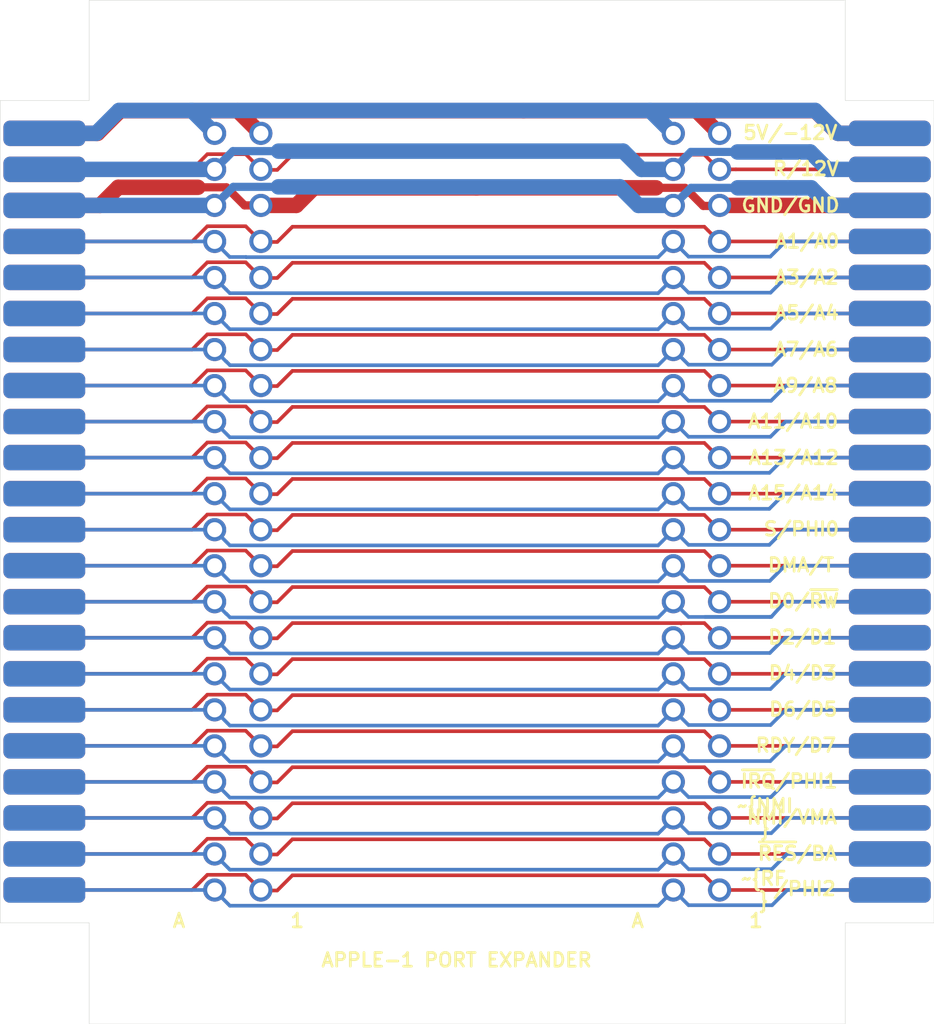
<source format=kicad_pcb>
(kicad_pcb (version 20171130) (host pcbnew "(5.1.5-0)")

  (general
    (thickness 1.6)
    (drawings 49)
    (tracks 479)
    (zones 0)
    (modules 4)
    (nets 45)
  )

  (page A4)
  (layers
    (0 F.Cu signal)
    (31 B.Cu signal)
    (32 B.Adhes user)
    (33 F.Adhes user)
    (34 B.Paste user)
    (35 F.Paste user)
    (36 B.SilkS user)
    (37 F.SilkS user)
    (38 B.Mask user)
    (39 F.Mask user)
    (40 Dwgs.User user)
    (41 Cmts.User user)
    (42 Eco1.User user)
    (43 Eco2.User user)
    (44 Edge.Cuts user)
    (45 Margin user)
    (46 B.CrtYd user)
    (47 F.CrtYd user)
    (48 B.Fab user)
    (49 F.Fab user)
  )

  (setup
    (last_trace_width 0.25)
    (user_trace_width 0.4)
    (user_trace_width 0.9)
    (user_trace_width 1.7)
    (trace_clearance 0.2)
    (zone_clearance 0.508)
    (zone_45_only yes)
    (trace_min 0.2)
    (via_size 0.8)
    (via_drill 0.4)
    (via_min_size 0.4)
    (via_min_drill 0.3)
    (uvia_size 0.3)
    (uvia_drill 0.1)
    (uvias_allowed no)
    (uvia_min_size 0.2)
    (uvia_min_drill 0.1)
    (edge_width 0.05)
    (segment_width 0.2)
    (pcb_text_width 0.3)
    (pcb_text_size 1.5 1.5)
    (mod_edge_width 0.12)
    (mod_text_size 1 1)
    (mod_text_width 0.15)
    (pad_size 1.524 1.524)
    (pad_drill 0.762)
    (pad_to_mask_clearance 0.051)
    (solder_mask_min_width 0.25)
    (aux_axis_origin 0 0)
    (visible_elements FFFFFF7F)
    (pcbplotparams
      (layerselection 0x010fc_ffffffff)
      (usegerberextensions false)
      (usegerberattributes false)
      (usegerberadvancedattributes false)
      (creategerberjobfile false)
      (excludeedgelayer true)
      (linewidth 0.100000)
      (plotframeref false)
      (viasonmask false)
      (mode 1)
      (useauxorigin false)
      (hpglpennumber 1)
      (hpglpenspeed 20)
      (hpglpendiameter 15.000000)
      (psnegative false)
      (psa4output false)
      (plotreference true)
      (plotvalue true)
      (plotinvisibletext false)
      (padsonsilk false)
      (subtractmaskfromsilk false)
      (outputformat 1)
      (mirror false)
      (drillshape 0)
      (scaleselection 1)
      (outputdirectory "/Users/piotrek/Downloads/expander/"))
  )

  (net 0 "")
  (net 1 -12V)
  (net 2 12V)
  (net 3 A0)
  (net 4 A2)
  (net 5 A4)
  (net 6 A6)
  (net 7 A8)
  (net 8 A10)
  (net 9 A12)
  (net 10 A14)
  (net 11 PHI0)
  (net 12 R)
  (net 13 RW)
  (net 14 D1)
  (net 15 D3)
  (net 16 D5)
  (net 17 D7)
  (net 18 PHI1)
  (net 19 VMA)
  (net 20 BA)
  (net 21 PHI2)
  (net 22 RF)
  (net 23 RES)
  (net 24 NMI)
  (net 25 IRQ)
  (net 26 RDY)
  (net 27 D6)
  (net 28 D4)
  (net 29 D2)
  (net 30 D0)
  (net 31 DMA)
  (net 32 S)
  (net 33 A15)
  (net 34 A13)
  (net 35 A11)
  (net 36 A9)
  (net 37 A7)
  (net 38 A5)
  (net 39 A3)
  (net 40 A1)
  (net 41 T)
  (net 42 5V)
  (net 43 GND1)
  (net 44 GND2)

  (net_class Default "This is the default net class."
    (clearance 0.2)
    (trace_width 0.25)
    (via_dia 0.8)
    (via_drill 0.4)
    (uvia_dia 0.3)
    (uvia_drill 0.1)
    (add_net -12V)
    (add_net 12V)
    (add_net 5V)
    (add_net A0)
    (add_net A1)
    (add_net A10)
    (add_net A11)
    (add_net A12)
    (add_net A13)
    (add_net A14)
    (add_net A15)
    (add_net A2)
    (add_net A3)
    (add_net A4)
    (add_net A5)
    (add_net A6)
    (add_net A7)
    (add_net A8)
    (add_net A9)
    (add_net BA)
    (add_net D0)
    (add_net D1)
    (add_net D2)
    (add_net D3)
    (add_net D4)
    (add_net D5)
    (add_net D6)
    (add_net D7)
    (add_net DMA)
    (add_net GND1)
    (add_net GND2)
    (add_net IRQ)
    (add_net NMI)
    (add_net PHI0)
    (add_net PHI1)
    (add_net PHI2)
    (add_net R)
    (add_net RDY)
    (add_net RES)
    (add_net RF)
    (add_net RW)
    (add_net S)
    (add_net T)
    (add_net VMA)
  )

  (module 44pin:44pin1 (layer F.Cu) (tedit 5EE9F43B) (tstamp 5F073965)
    (at 109.2416 90.806 270)
    (path /5F051B7D)
    (fp_text reference TO_APPLE1 (at 0 -7.92 90) (layer F.SilkS) hide
      (effects (font (size 1 1) (thickness 0.15)))
    )
    (fp_text value 44pin_edge (at 0 -5.38 90) (layer F.Fab) hide
      (effects (font (size 1 1) (thickness 0.15)))
    )
    (pad 22 connect roundrect (at 43.56 0) (size 8.9916 2.794) (layers F.Cu F.Mask) (roundrect_rratio 0.25)
      (net 22 RF))
    (pad 21 connect roundrect (at 39.6 0) (size 8.9916 2.794) (layers F.Cu F.Mask) (roundrect_rratio 0.25)
      (net 23 RES))
    (pad 20 connect roundrect (at 35.64 0) (size 8.9916 2.794) (layers F.Cu F.Mask) (roundrect_rratio 0.25)
      (net 24 NMI))
    (pad 19 connect roundrect (at 31.68 0) (size 8.9916 2.794) (layers F.Cu F.Mask) (roundrect_rratio 0.25)
      (net 25 IRQ))
    (pad 18 connect roundrect (at 27.72 0) (size 8.9916 2.794) (layers F.Cu F.Mask) (roundrect_rratio 0.25)
      (net 26 RDY))
    (pad 17 connect roundrect (at 23.76 0) (size 8.9916 2.794) (layers F.Cu F.Mask) (roundrect_rratio 0.25)
      (net 27 D6))
    (pad 16 connect roundrect (at 19.8 0) (size 8.9916 2.794) (layers F.Cu F.Mask) (roundrect_rratio 0.25)
      (net 28 D4))
    (pad 15 connect roundrect (at 15.84 0) (size 8.9916 2.794) (layers F.Cu F.Mask) (roundrect_rratio 0.25)
      (net 29 D2))
    (pad 14 connect roundrect (at 11.88 0) (size 8.9916 2.794) (layers F.Cu F.Mask) (roundrect_rratio 0.25)
      (net 30 D0))
    (pad 13 connect roundrect (at 7.92 0) (size 8.9916 2.794) (layers F.Cu F.Mask) (roundrect_rratio 0.25)
      (net 31 DMA))
    (pad 12 connect roundrect (at 3.96 0) (size 8.9916 2.794) (layers F.Cu F.Mask) (roundrect_rratio 0.25)
      (net 32 S))
    (pad 11 connect roundrect (at 0 0) (size 8.9916 2.794) (layers F.Cu F.Mask) (roundrect_rratio 0.25)
      (net 33 A15))
    (pad 10 connect roundrect (at -3.96 0) (size 8.9916 2.794) (layers F.Cu F.Mask) (roundrect_rratio 0.25)
      (net 34 A13))
    (pad 9 connect roundrect (at -7.92 0) (size 8.9916 2.794) (layers F.Cu F.Mask) (roundrect_rratio 0.25)
      (net 35 A11))
    (pad 8 connect roundrect (at -11.88 0) (size 8.9916 2.794) (layers F.Cu F.Mask) (roundrect_rratio 0.25)
      (net 36 A9))
    (pad 7 connect roundrect (at -15.84 0) (size 8.9916 2.794) (layers F.Cu F.Mask) (roundrect_rratio 0.25)
      (net 37 A7))
    (pad 6 connect roundrect (at -19.8 0) (size 8.9916 2.794) (layers F.Cu F.Mask) (roundrect_rratio 0.25)
      (net 38 A5))
    (pad 5 connect roundrect (at -23.76 0) (size 8.9916 2.794) (layers F.Cu F.Mask) (roundrect_rratio 0.25)
      (net 39 A3))
    (pad 4 connect roundrect (at -27.72 0) (size 8.9916 2.794) (layers F.Cu F.Mask) (roundrect_rratio 0.25)
      (net 40 A1))
    (pad 3 connect roundrect (at -31.68 0) (size 8.9916 2.794) (layers F.Cu F.Mask) (roundrect_rratio 0.25)
      (net 43 GND1))
    (pad 2 connect roundrect (at -35.64 0) (size 8.9916 2.794) (layers F.Cu F.Mask) (roundrect_rratio 0.25)
      (net 12 R))
    (pad 1 connect roundrect (at -39.6 0) (size 8.9916 2.794) (layers F.Cu F.Mask) (roundrect_rratio 0.25)
      (net 42 5V))
    (pad A connect roundrect (at -39.6 0) (size 8.9916 2.794) (layers B.Cu B.Mask) (roundrect_rratio 0.25)
      (net 1 -12V))
    (pad B connect roundrect (at -35.64 0) (size 8.9916 2.794) (layers B.Cu B.Mask) (roundrect_rratio 0.25)
      (net 2 12V))
    (pad C connect roundrect (at -31.68 0) (size 8.9916 2.794) (layers B.Cu B.Mask) (roundrect_rratio 0.25)
      (net 44 GND2))
    (pad D connect roundrect (at -27.72 0) (size 8.9916 2.794) (layers B.Cu B.Mask) (roundrect_rratio 0.25)
      (net 3 A0))
    (pad E connect roundrect (at -23.76 0) (size 8.9916 2.794) (layers B.Cu B.Mask) (roundrect_rratio 0.25)
      (net 4 A2))
    (pad F connect roundrect (at -19.8 0) (size 8.9916 2.794) (layers B.Cu B.Mask) (roundrect_rratio 0.25)
      (net 5 A4))
    (pad H connect roundrect (at -15.84 0) (size 8.9916 2.794) (layers B.Cu B.Mask) (roundrect_rratio 0.25)
      (net 6 A6))
    (pad J connect roundrect (at -11.88 0) (size 8.9916 2.794) (layers B.Cu B.Mask) (roundrect_rratio 0.25)
      (net 7 A8))
    (pad K connect roundrect (at -7.92 0) (size 8.9916 2.794) (layers B.Cu B.Mask) (roundrect_rratio 0.25)
      (net 8 A10))
    (pad L connect roundrect (at -3.96 0) (size 8.9916 2.794) (layers B.Cu B.Mask) (roundrect_rratio 0.25)
      (net 9 A12))
    (pad M connect roundrect (at 0 0) (size 8.9916 2.794) (layers B.Cu B.Mask) (roundrect_rratio 0.25)
      (net 10 A14))
    (pad N connect roundrect (at 3.96 0) (size 8.9916 2.794) (layers B.Cu B.Mask) (roundrect_rratio 0.25)
      (net 11 PHI0))
    (pad P connect roundrect (at 7.92 0) (size 8.9916 2.794) (layers B.Cu B.Mask) (roundrect_rratio 0.25)
      (net 41 T))
    (pad R connect roundrect (at 11.88 0) (size 8.9916 2.794) (layers B.Cu B.Mask) (roundrect_rratio 0.25)
      (net 13 RW))
    (pad S connect roundrect (at 15.84 0) (size 8.9916 2.794) (layers B.Cu B.Mask) (roundrect_rratio 0.25)
      (net 14 D1))
    (pad T connect roundrect (at 19.8 0) (size 8.9916 2.794) (layers B.Cu B.Mask) (roundrect_rratio 0.25)
      (net 15 D3))
    (pad U connect roundrect (at 23.76 0) (size 8.9916 2.794) (layers B.Cu B.Mask) (roundrect_rratio 0.25)
      (net 16 D5))
    (pad V connect roundrect (at 27.72 0) (size 8.9916 2.794) (layers B.Cu B.Mask) (roundrect_rratio 0.25)
      (net 17 D7))
    (pad W connect roundrect (at 31.68 0) (size 8.9916 2.794) (layers B.Cu B.Mask) (roundrect_rratio 0.25)
      (net 18 PHI1))
    (pad X connect roundrect (at 35.64 0) (size 8.9916 2.794) (layers B.Cu B.Mask) (roundrect_rratio 0.25)
      (net 19 VMA))
    (pad Y connect roundrect (at 39.6 0) (size 8.9916 2.794) (layers B.Cu B.Mask) (roundrect_rratio 0.25)
      (net 20 BA))
    (pad Z connect roundrect (at 43.56 0) (size 8.9916 2.794) (layers B.Cu B.Mask) (roundrect_rratio 0.25)
      (net 21 PHI2))
  )

  (module 44pin:44pin1 (layer F.Cu) (tedit 5EE9F43B) (tstamp 5F084211)
    (at 202.184 94.766 90)
    (path /5F055446)
    (fp_text reference APPLE1_EDGE1 (at 0 -7.92 90) (layer F.SilkS) hide
      (effects (font (size 1 1) (thickness 0.15)))
    )
    (fp_text value 44pin_edge (at 0 -5.38 90) (layer F.Fab) hide
      (effects (font (size 1 1) (thickness 0.15)))
    )
    (pad 22 connect roundrect (at 43.56 0 180) (size 8.9916 2.794) (layers F.Cu F.Mask) (roundrect_rratio 0.25)
      (net 42 5V))
    (pad 21 connect roundrect (at 39.6 0 180) (size 8.9916 2.794) (layers F.Cu F.Mask) (roundrect_rratio 0.25)
      (net 12 R))
    (pad 20 connect roundrect (at 35.64 0 180) (size 8.9916 2.794) (layers F.Cu F.Mask) (roundrect_rratio 0.25)
      (net 43 GND1))
    (pad 19 connect roundrect (at 31.68 0 180) (size 8.9916 2.794) (layers F.Cu F.Mask) (roundrect_rratio 0.25)
      (net 40 A1))
    (pad 18 connect roundrect (at 27.72 0 180) (size 8.9916 2.794) (layers F.Cu F.Mask) (roundrect_rratio 0.25)
      (net 39 A3))
    (pad 17 connect roundrect (at 23.76 0 180) (size 8.9916 2.794) (layers F.Cu F.Mask) (roundrect_rratio 0.25)
      (net 38 A5))
    (pad 16 connect roundrect (at 19.8 0 180) (size 8.9916 2.794) (layers F.Cu F.Mask) (roundrect_rratio 0.25)
      (net 37 A7))
    (pad 15 connect roundrect (at 15.84 0 180) (size 8.9916 2.794) (layers F.Cu F.Mask) (roundrect_rratio 0.25)
      (net 36 A9))
    (pad 14 connect roundrect (at 11.88 0 180) (size 8.9916 2.794) (layers F.Cu F.Mask) (roundrect_rratio 0.25)
      (net 35 A11))
    (pad 13 connect roundrect (at 7.92 0 180) (size 8.9916 2.794) (layers F.Cu F.Mask) (roundrect_rratio 0.25)
      (net 34 A13))
    (pad 12 connect roundrect (at 3.96 0 180) (size 8.9916 2.794) (layers F.Cu F.Mask) (roundrect_rratio 0.25)
      (net 33 A15))
    (pad 11 connect roundrect (at 0 0 180) (size 8.9916 2.794) (layers F.Cu F.Mask) (roundrect_rratio 0.25)
      (net 32 S))
    (pad 10 connect roundrect (at -3.96 0 180) (size 8.9916 2.794) (layers F.Cu F.Mask) (roundrect_rratio 0.25)
      (net 31 DMA))
    (pad 9 connect roundrect (at -7.92 0 180) (size 8.9916 2.794) (layers F.Cu F.Mask) (roundrect_rratio 0.25)
      (net 30 D0))
    (pad 8 connect roundrect (at -11.88 0 180) (size 8.9916 2.794) (layers F.Cu F.Mask) (roundrect_rratio 0.25)
      (net 29 D2))
    (pad 7 connect roundrect (at -15.84 0 180) (size 8.9916 2.794) (layers F.Cu F.Mask) (roundrect_rratio 0.25)
      (net 28 D4))
    (pad 6 connect roundrect (at -19.8 0 180) (size 8.9916 2.794) (layers F.Cu F.Mask) (roundrect_rratio 0.25)
      (net 27 D6))
    (pad 5 connect roundrect (at -23.76 0 180) (size 8.9916 2.794) (layers F.Cu F.Mask) (roundrect_rratio 0.25)
      (net 26 RDY))
    (pad 4 connect roundrect (at -27.72 0 180) (size 8.9916 2.794) (layers F.Cu F.Mask) (roundrect_rratio 0.25)
      (net 25 IRQ))
    (pad 3 connect roundrect (at -31.68 0 180) (size 8.9916 2.794) (layers F.Cu F.Mask) (roundrect_rratio 0.25)
      (net 24 NMI))
    (pad 2 connect roundrect (at -35.64 0 180) (size 8.9916 2.794) (layers F.Cu F.Mask) (roundrect_rratio 0.25)
      (net 23 RES))
    (pad 1 connect roundrect (at -39.6 0 180) (size 8.9916 2.794) (layers F.Cu F.Mask) (roundrect_rratio 0.25)
      (net 22 RF))
    (pad A connect roundrect (at -39.6 0 180) (size 8.9916 2.794) (layers B.Cu B.Mask) (roundrect_rratio 0.25)
      (net 21 PHI2))
    (pad B connect roundrect (at -35.64 0 180) (size 8.9916 2.794) (layers B.Cu B.Mask) (roundrect_rratio 0.25)
      (net 20 BA))
    (pad C connect roundrect (at -31.68 0 180) (size 8.9916 2.794) (layers B.Cu B.Mask) (roundrect_rratio 0.25)
      (net 19 VMA))
    (pad D connect roundrect (at -27.72 0 180) (size 8.9916 2.794) (layers B.Cu B.Mask) (roundrect_rratio 0.25)
      (net 18 PHI1))
    (pad E connect roundrect (at -23.76 0 180) (size 8.9916 2.794) (layers B.Cu B.Mask) (roundrect_rratio 0.25)
      (net 17 D7))
    (pad F connect roundrect (at -19.8 0 180) (size 8.9916 2.794) (layers B.Cu B.Mask) (roundrect_rratio 0.25)
      (net 16 D5))
    (pad H connect roundrect (at -15.84 0 180) (size 8.9916 2.794) (layers B.Cu B.Mask) (roundrect_rratio 0.25)
      (net 15 D3))
    (pad J connect roundrect (at -11.88 0 180) (size 8.9916 2.794) (layers B.Cu B.Mask) (roundrect_rratio 0.25)
      (net 14 D1))
    (pad K connect roundrect (at -7.92 0 180) (size 8.9916 2.794) (layers B.Cu B.Mask) (roundrect_rratio 0.25)
      (net 13 RW))
    (pad L connect roundrect (at -3.96 0 180) (size 8.9916 2.794) (layers B.Cu B.Mask) (roundrect_rratio 0.25)
      (net 41 T))
    (pad M connect roundrect (at 0 0 180) (size 8.9916 2.794) (layers B.Cu B.Mask) (roundrect_rratio 0.25)
      (net 11 PHI0))
    (pad N connect roundrect (at 3.96 0 180) (size 8.9916 2.794) (layers B.Cu B.Mask) (roundrect_rratio 0.25)
      (net 10 A14))
    (pad P connect roundrect (at 7.92 0 180) (size 8.9916 2.794) (layers B.Cu B.Mask) (roundrect_rratio 0.25)
      (net 9 A12))
    (pad R connect roundrect (at 11.88 0 180) (size 8.9916 2.794) (layers B.Cu B.Mask) (roundrect_rratio 0.25)
      (net 8 A10))
    (pad S connect roundrect (at 15.84 0 180) (size 8.9916 2.794) (layers B.Cu B.Mask) (roundrect_rratio 0.25)
      (net 7 A8))
    (pad T connect roundrect (at 19.8 0 180) (size 8.9916 2.794) (layers B.Cu B.Mask) (roundrect_rratio 0.25)
      (net 6 A6))
    (pad U connect roundrect (at 23.76 0 180) (size 8.9916 2.794) (layers B.Cu B.Mask) (roundrect_rratio 0.25)
      (net 5 A4))
    (pad V connect roundrect (at 27.72 0 180) (size 8.9916 2.794) (layers B.Cu B.Mask) (roundrect_rratio 0.25)
      (net 4 A2))
    (pad W connect roundrect (at 31.68 0 180) (size 8.9916 2.794) (layers B.Cu B.Mask) (roundrect_rratio 0.25)
      (net 3 A0))
    (pad X connect roundrect (at 35.64 0 180) (size 8.9916 2.794) (layers B.Cu B.Mask) (roundrect_rratio 0.25)
      (net 44 GND2))
    (pad Y connect roundrect (at 39.6 0 180) (size 8.9916 2.794) (layers B.Cu B.Mask) (roundrect_rratio 0.25)
      (net 2 12V))
    (pad Z connect roundrect (at 43.56 0 180) (size 8.9916 2.794) (layers B.Cu B.Mask) (roundrect_rratio 0.25)
      (net 1 -12V))
  )

  (module 44pin:44pin_socket (layer F.Cu) (tedit 5F07705C) (tstamp 5F07F418)
    (at 183.465 102.686 90)
    (path /5F0DF739)
    (fp_text reference PORT2 (at 0 3.96 90) (layer F.SilkS) hide
      (effects (font (size 1 1) (thickness 0.15)))
    )
    (fp_text value 44pin_tht (at 0 7.92 90) (layer F.Fab) hide
      (effects (font (size 1 1) (thickness 0.15)))
    )
    (pad "" np_thru_hole circle (at 61 -2.54 90) (size 3.25 3.25) (drill 3.25) (layers *.Cu *.Mask))
    (pad "" np_thru_hole circle (at -41.2 -2.54 90) (size 3.25 3.25) (drill 3.25) (layers *.Cu *.Mask))
    (pad Z thru_hole circle (at 51.48 -5.08 90) (size 2.54 2.54) (drill 1.65) (layers *.Cu *.Mask)
      (net 1 -12V))
    (pad Y thru_hole circle (at 47.52 -5.08 90) (size 2.54 2.54) (drill 1.65) (layers *.Cu *.Mask)
      (net 2 12V))
    (pad X thru_hole circle (at 43.56 -5.08 90) (size 2.54 2.54) (drill 1.65) (layers *.Cu *.Mask)
      (net 44 GND2))
    (pad W thru_hole circle (at 39.6 -5.08 90) (size 2.54 2.54) (drill 1.65) (layers *.Cu *.Mask)
      (net 3 A0))
    (pad V thru_hole circle (at 35.64 -5.08 90) (size 2.54 2.54) (drill 1.65) (layers *.Cu *.Mask)
      (net 4 A2))
    (pad U thru_hole circle (at 31.68 -5.08 90) (size 2.54 2.54) (drill 1.65) (layers *.Cu *.Mask)
      (net 5 A4))
    (pad T thru_hole circle (at 27.72 -5.08 90) (size 2.54 2.54) (drill 1.65) (layers *.Cu *.Mask)
      (net 6 A6))
    (pad S thru_hole circle (at 23.76 -5.08 90) (size 2.54 2.54) (drill 1.65) (layers *.Cu *.Mask)
      (net 7 A8))
    (pad R thru_hole circle (at 19.8 -5.08 90) (size 2.54 2.54) (drill 1.65) (layers *.Cu *.Mask)
      (net 8 A10))
    (pad P thru_hole circle (at 15.84 -5.08 90) (size 2.54 2.54) (drill 1.65) (layers *.Cu *.Mask)
      (net 9 A12))
    (pad N thru_hole circle (at 11.88 -5.08 90) (size 2.54 2.54) (drill 1.65) (layers *.Cu *.Mask)
      (net 10 A14))
    (pad M thru_hole circle (at 7.92 -5.08 90) (size 2.54 2.54) (drill 1.65) (layers *.Cu *.Mask)
      (net 11 PHI0))
    (pad L thru_hole circle (at 3.96 -5.08 90) (size 2.54 2.54) (drill 1.65) (layers *.Cu *.Mask)
      (net 41 T))
    (pad K thru_hole circle (at 0 -5.08 90) (size 2.54 2.54) (drill 1.65) (layers *.Cu *.Mask)
      (net 13 RW))
    (pad J thru_hole circle (at -3.96 -5.08 90) (size 2.54 2.54) (drill 1.65) (layers *.Cu *.Mask)
      (net 14 D1))
    (pad H thru_hole circle (at -7.92 -5.08 90) (size 2.54 2.54) (drill 1.65) (layers *.Cu *.Mask)
      (net 15 D3))
    (pad F thru_hole circle (at -11.88 -5.08 90) (size 2.54 2.54) (drill 1.65) (layers *.Cu *.Mask)
      (net 16 D5))
    (pad E thru_hole circle (at -15.84 -5.08 90) (size 2.54 2.54) (drill 1.65) (layers *.Cu *.Mask)
      (net 17 D7))
    (pad D thru_hole circle (at -19.8 -5.08 90) (size 2.54 2.54) (drill 1.65) (layers *.Cu *.Mask)
      (net 18 PHI1))
    (pad C thru_hole circle (at -23.76 -5.08 90) (size 2.54 2.54) (drill 1.65) (layers *.Cu *.Mask)
      (net 19 VMA))
    (pad B thru_hole circle (at -27.72 -5.08 90) (size 2.54 2.54) (drill 1.65) (layers *.Cu *.Mask)
      (net 20 BA))
    (pad A thru_hole circle (at -31.68 -5.08 90) (size 2.54 2.54) (drill 1.65) (layers *.Cu *.Mask)
      (net 21 PHI2))
    (pad 22 thru_hole circle (at 51.48 0 90) (size 2.54 2.54) (drill 1.65) (layers *.Cu *.Mask)
      (net 42 5V))
    (pad 21 thru_hole circle (at 47.52 0 90) (size 2.54 2.54) (drill 1.65) (layers *.Cu *.Mask)
      (net 12 R))
    (pad 20 thru_hole circle (at 43.56 0 90) (size 2.54 2.54) (drill 1.65) (layers *.Cu *.Mask)
      (net 43 GND1))
    (pad 19 thru_hole circle (at 39.6 0 90) (size 2.54 2.54) (drill 1.65) (layers *.Cu *.Mask)
      (net 40 A1))
    (pad 18 thru_hole circle (at 35.64 0 90) (size 2.54 2.54) (drill 1.65) (layers *.Cu *.Mask)
      (net 39 A3))
    (pad 17 thru_hole circle (at 31.68 0 90) (size 2.54 2.54) (drill 1.65) (layers *.Cu *.Mask)
      (net 38 A5))
    (pad 16 thru_hole circle (at 27.72 0 90) (size 2.54 2.54) (drill 1.65) (layers *.Cu *.Mask)
      (net 37 A7))
    (pad 15 thru_hole circle (at 23.76 0 90) (size 2.54 2.54) (drill 1.65) (layers *.Cu *.Mask)
      (net 36 A9))
    (pad 14 thru_hole circle (at 19.8 0 90) (size 2.54 2.54) (drill 1.65) (layers *.Cu *.Mask)
      (net 35 A11))
    (pad 13 thru_hole circle (at 15.84 0 90) (size 2.54 2.54) (drill 1.65) (layers *.Cu *.Mask)
      (net 34 A13))
    (pad 12 thru_hole circle (at 11.88 0 90) (size 2.54 2.54) (drill 1.65) (layers *.Cu *.Mask)
      (net 33 A15))
    (pad 11 thru_hole circle (at 7.92 0 90) (size 2.54 2.54) (drill 1.65) (layers *.Cu *.Mask)
      (net 32 S))
    (pad 10 thru_hole circle (at 3.96 0 90) (size 2.54 2.54) (drill 1.65) (layers *.Cu *.Mask)
      (net 31 DMA))
    (pad 9 thru_hole circle (at 0 0 90) (size 2.54 2.54) (drill 1.65) (layers *.Cu *.Mask)
      (net 30 D0))
    (pad 8 thru_hole circle (at -3.96 0 90) (size 2.54 2.54) (drill 1.65) (layers *.Cu *.Mask)
      (net 29 D2))
    (pad 7 thru_hole circle (at -7.92 0 90) (size 2.54 2.54) (drill 1.65) (layers *.Cu *.Mask)
      (net 28 D4))
    (pad 6 thru_hole circle (at -11.88 0 90) (size 2.54 2.54) (drill 1.65) (layers *.Cu *.Mask)
      (net 27 D6))
    (pad 5 thru_hole circle (at -15.84 0 90) (size 2.54 2.54) (drill 1.65) (layers *.Cu *.Mask)
      (net 26 RDY))
    (pad 4 thru_hole circle (at -19.8 0 90) (size 2.54 2.54) (drill 1.65) (layers *.Cu *.Mask)
      (net 25 IRQ))
    (pad 3 thru_hole circle (at -23.76 0 90) (size 2.54 2.54) (drill 1.65) (layers *.Cu *.Mask)
      (net 24 NMI))
    (pad 2 thru_hole circle (at -27.72 0 90) (size 2.54 2.54) (drill 1.65) (layers *.Cu *.Mask)
      (net 23 RES))
    (pad 1 thru_hole circle (at -31.68 0 90) (size 2.54 2.54) (drill 1.65) (layers *.Cu *.Mask)
      (net 22 RF))
  )

  (module 44pin:44pin_socket (layer F.Cu) (tedit 5F07705C) (tstamp 5F073905)
    (at 133.0452 102.686 90)
    (path /5F05CA04)
    (fp_text reference PORT1 (at 0 3.96 90) (layer F.SilkS) hide
      (effects (font (size 1 1) (thickness 0.15)))
    )
    (fp_text value 44pin_tht (at 0 7.92 90) (layer F.Fab) hide
      (effects (font (size 1 1) (thickness 0.15)))
    )
    (pad "" np_thru_hole circle (at 61 -2.54 90) (size 3.25 3.25) (drill 3.25) (layers *.Cu *.Mask))
    (pad "" np_thru_hole circle (at -41.2 -2.54 90) (size 3.25 3.25) (drill 3.25) (layers *.Cu *.Mask))
    (pad Z thru_hole circle (at 51.48 -5.08 90) (size 2.54 2.54) (drill 1.65) (layers *.Cu *.Mask)
      (net 1 -12V))
    (pad Y thru_hole circle (at 47.52 -5.08 90) (size 2.54 2.54) (drill 1.65) (layers *.Cu *.Mask)
      (net 2 12V))
    (pad X thru_hole circle (at 43.56 -5.08 90) (size 2.54 2.54) (drill 1.65) (layers *.Cu *.Mask)
      (net 44 GND2))
    (pad W thru_hole circle (at 39.6 -5.08 90) (size 2.54 2.54) (drill 1.65) (layers *.Cu *.Mask)
      (net 3 A0))
    (pad V thru_hole circle (at 35.64 -5.08 90) (size 2.54 2.54) (drill 1.65) (layers *.Cu *.Mask)
      (net 4 A2))
    (pad U thru_hole circle (at 31.68 -5.08 90) (size 2.54 2.54) (drill 1.65) (layers *.Cu *.Mask)
      (net 5 A4))
    (pad T thru_hole circle (at 27.72 -5.08 90) (size 2.54 2.54) (drill 1.65) (layers *.Cu *.Mask)
      (net 6 A6))
    (pad S thru_hole circle (at 23.76 -5.08 90) (size 2.54 2.54) (drill 1.65) (layers *.Cu *.Mask)
      (net 7 A8))
    (pad R thru_hole circle (at 19.8 -5.08 90) (size 2.54 2.54) (drill 1.65) (layers *.Cu *.Mask)
      (net 8 A10))
    (pad P thru_hole circle (at 15.84 -5.08 90) (size 2.54 2.54) (drill 1.65) (layers *.Cu *.Mask)
      (net 9 A12))
    (pad N thru_hole circle (at 11.88 -5.08 90) (size 2.54 2.54) (drill 1.65) (layers *.Cu *.Mask)
      (net 10 A14))
    (pad M thru_hole circle (at 7.92 -5.08 90) (size 2.54 2.54) (drill 1.65) (layers *.Cu *.Mask)
      (net 11 PHI0))
    (pad L thru_hole circle (at 3.96 -5.08 90) (size 2.54 2.54) (drill 1.65) (layers *.Cu *.Mask)
      (net 41 T))
    (pad K thru_hole circle (at 0 -5.08 90) (size 2.54 2.54) (drill 1.65) (layers *.Cu *.Mask)
      (net 13 RW))
    (pad J thru_hole circle (at -3.96 -5.08 90) (size 2.54 2.54) (drill 1.65) (layers *.Cu *.Mask)
      (net 14 D1))
    (pad H thru_hole circle (at -7.92 -5.08 90) (size 2.54 2.54) (drill 1.65) (layers *.Cu *.Mask)
      (net 15 D3))
    (pad F thru_hole circle (at -11.88 -5.08 90) (size 2.54 2.54) (drill 1.65) (layers *.Cu *.Mask)
      (net 16 D5))
    (pad E thru_hole circle (at -15.84 -5.08 90) (size 2.54 2.54) (drill 1.65) (layers *.Cu *.Mask)
      (net 17 D7))
    (pad D thru_hole circle (at -19.8 -5.08 90) (size 2.54 2.54) (drill 1.65) (layers *.Cu *.Mask)
      (net 18 PHI1))
    (pad C thru_hole circle (at -23.76 -5.08 90) (size 2.54 2.54) (drill 1.65) (layers *.Cu *.Mask)
      (net 19 VMA))
    (pad B thru_hole circle (at -27.72 -5.08 90) (size 2.54 2.54) (drill 1.65) (layers *.Cu *.Mask)
      (net 20 BA))
    (pad A thru_hole circle (at -31.68 -5.08 90) (size 2.54 2.54) (drill 1.65) (layers *.Cu *.Mask)
      (net 21 PHI2))
    (pad 22 thru_hole circle (at 51.48 0 90) (size 2.54 2.54) (drill 1.65) (layers *.Cu *.Mask)
      (net 42 5V))
    (pad 21 thru_hole circle (at 47.52 0 90) (size 2.54 2.54) (drill 1.65) (layers *.Cu *.Mask)
      (net 12 R))
    (pad 20 thru_hole circle (at 43.56 0 90) (size 2.54 2.54) (drill 1.65) (layers *.Cu *.Mask)
      (net 43 GND1))
    (pad 19 thru_hole circle (at 39.6 0 90) (size 2.54 2.54) (drill 1.65) (layers *.Cu *.Mask)
      (net 40 A1))
    (pad 18 thru_hole circle (at 35.64 0 90) (size 2.54 2.54) (drill 1.65) (layers *.Cu *.Mask)
      (net 39 A3))
    (pad 17 thru_hole circle (at 31.68 0 90) (size 2.54 2.54) (drill 1.65) (layers *.Cu *.Mask)
      (net 38 A5))
    (pad 16 thru_hole circle (at 27.72 0 90) (size 2.54 2.54) (drill 1.65) (layers *.Cu *.Mask)
      (net 37 A7))
    (pad 15 thru_hole circle (at 23.76 0 90) (size 2.54 2.54) (drill 1.65) (layers *.Cu *.Mask)
      (net 36 A9))
    (pad 14 thru_hole circle (at 19.8 0 90) (size 2.54 2.54) (drill 1.65) (layers *.Cu *.Mask)
      (net 35 A11))
    (pad 13 thru_hole circle (at 15.84 0 90) (size 2.54 2.54) (drill 1.65) (layers *.Cu *.Mask)
      (net 34 A13))
    (pad 12 thru_hole circle (at 11.88 0 90) (size 2.54 2.54) (drill 1.65) (layers *.Cu *.Mask)
      (net 33 A15))
    (pad 11 thru_hole circle (at 7.92 0 90) (size 2.54 2.54) (drill 1.65) (layers *.Cu *.Mask)
      (net 32 S))
    (pad 10 thru_hole circle (at 3.96 0 90) (size 2.54 2.54) (drill 1.65) (layers *.Cu *.Mask)
      (net 31 DMA))
    (pad 9 thru_hole circle (at 0 0 90) (size 2.54 2.54) (drill 1.65) (layers *.Cu *.Mask)
      (net 30 D0))
    (pad 8 thru_hole circle (at -3.96 0 90) (size 2.54 2.54) (drill 1.65) (layers *.Cu *.Mask)
      (net 29 D2))
    (pad 7 thru_hole circle (at -7.92 0 90) (size 2.54 2.54) (drill 1.65) (layers *.Cu *.Mask)
      (net 28 D4))
    (pad 6 thru_hole circle (at -11.88 0 90) (size 2.54 2.54) (drill 1.65) (layers *.Cu *.Mask)
      (net 27 D6))
    (pad 5 thru_hole circle (at -15.84 0 90) (size 2.54 2.54) (drill 1.65) (layers *.Cu *.Mask)
      (net 26 RDY))
    (pad 4 thru_hole circle (at -19.8 0 90) (size 2.54 2.54) (drill 1.65) (layers *.Cu *.Mask)
      (net 25 IRQ))
    (pad 3 thru_hole circle (at -23.76 0 90) (size 2.54 2.54) (drill 1.65) (layers *.Cu *.Mask)
      (net 24 NMI))
    (pad 2 thru_hole circle (at -27.72 0 90) (size 2.54 2.54) (drill 1.65) (layers *.Cu *.Mask)
      (net 23 RES))
    (pad 1 thru_hole circle (at -31.68 0 90) (size 2.54 2.54) (drill 1.65) (layers *.Cu *.Mask)
      (net 22 RF))
  )

  (gr_text ~RW (at 194.93992 102.59568) (layer F.SilkS) (tstamp 5F88CA12)
    (effects (font (size 1.5 1.5) (thickness 0.3)))
  )
  (gr_text ~IRQ (at 187.72632 122.4026) (layer F.SilkS) (tstamp 5F88CA0A)
    (effects (font (size 1.5 1.5) (thickness 0.3)))
  )
  (gr_text "~NMI\n" (at 188.48324 126.32944) (layer F.SilkS) (tstamp 5F88CA04)
    (effects (font (size 1.5 1.5) (thickness 0.3)))
  )
  (gr_text ~RES (at 189.84468 130.32232) (layer F.SilkS) (tstamp 5F88C9FE)
    (effects (font (size 1.5 1.5) (thickness 0.3)))
  )
  (gr_text "~RF\n" (at 188.32576 134.32028) (layer F.SilkS) (tstamp 5F88C9F1)
    (effects (font (size 1.5 1.5) (thickness 0.3)))
  )
  (gr_text "APPLE-1 PORT EXPANDER" (at 154.559 142.0622) (layer F.SilkS)
    (effects (font (size 1.5 1.5) (thickness 0.3)))
  )
  (gr_line (start 197.2818 36.576) (end 114.173 36.576) (layer Edge.Cuts) (width 0.05))
  (gr_line (start 197.2818 47.5996) (end 197.2818 36.576) (layer Edge.Cuts) (width 0.05))
  (gr_line (start 114.173 47.5996) (end 114.173 36.576) (layer Edge.Cuts) (width 0.05))
  (gr_line (start 197.2818 149.0726) (end 114.173 149.0726) (layer Edge.Cuts) (width 0.05) (tstamp 5F088881))
  (gr_line (start 197.2818 149.0218) (end 197.2818 149.0726) (layer Edge.Cuts) (width 0.05))
  (gr_line (start 197.2818 137.9728) (end 197.2818 149.0218) (layer Edge.Cuts) (width 0.05))
  (gr_line (start 114.173 137.9728) (end 114.173 149.0726) (layer Edge.Cuts) (width 0.05))
  (gr_line (start 207.0354 137.9728) (end 197.2818 137.9728) (layer Edge.Cuts) (width 0.05))
  (gr_line (start 207.0354 47.5996) (end 197.2818 47.5996) (layer Edge.Cuts) (width 0.05))
  (gr_line (start 207.0354 135.9662) (end 207.0354 137.9728) (layer Edge.Cuts) (width 0.05))
  (gr_line (start 207.0354 49.6062) (end 207.0354 47.5996) (layer Edge.Cuts) (width 0.05))
  (gr_line (start 207.0354 49.6062) (end 207.0354 135.9662) (layer Edge.Cuts) (width 0.05))
  (gr_line (start 104.394 137.9728) (end 114.173 137.9728) (layer Edge.Cuts) (width 0.05))
  (gr_line (start 104.394 47.5996) (end 114.173 47.5996) (layer Edge.Cuts) (width 0.05))
  (gr_line (start 104.394 49.6062) (end 104.394 47.5996) (layer Edge.Cuts) (width 0.05))
  (gr_line (start 104.394 135.9662) (end 104.394 137.9728) (layer Edge.Cuts) (width 0.05))
  (gr_line (start 104.394 49.6062) (end 104.394 135.9662) (layer Edge.Cuts) (width 0.05))
  (gr_text 5V/-12V (at 191.24168 51.1302) (layer F.SilkS) (tstamp 5F88C7A9)
    (effects (font (size 1.5 1.5) (thickness 0.3)))
  )
  (gr_text R/12V (at 192.94348 55.0926) (layer F.SilkS) (tstamp 5F88C7AC)
    (effects (font (size 1.5 1.5) (thickness 0.3)))
  )
  (gr_text GND/GND (at 191.26708 59.1058) (layer F.SilkS) (tstamp 5F88C788)
    (effects (font (size 1.5 1.5) (thickness 0.3)))
  )
  (gr_text A1/A0 (at 193.09588 63.0682) (layer F.SilkS) (tstamp 5F88C79A)
    (effects (font (size 1.5 1.5) (thickness 0.3)))
  )
  (gr_text A3/A2 (at 193.04508 67.0306) (layer F.SilkS) (tstamp 5F88C79D)
    (effects (font (size 1.5 1.5) (thickness 0.3)))
  )
  (gr_text A5/A4 (at 193.04508 70.9422) (layer F.SilkS) (tstamp 5F88C78B)
    (effects (font (size 1.5 1.5) (thickness 0.3)))
  )
  (gr_text A7/A6 (at 192.99428 74.9554) (layer F.SilkS) (tstamp 5F88C78E)
    (effects (font (size 1.5 1.5) (thickness 0.3)))
  )
  (gr_text A9/A8 (at 192.91808 78.9178) (layer F.SilkS) (tstamp 5F88C782)
    (effects (font (size 1.5 1.5) (thickness 0.3)))
  )
  (gr_text A11/A10 (at 191.54648 82.8548) (layer F.SilkS) (tstamp 5F88C77F)
    (effects (font (size 1.5 1.5) (thickness 0.3)))
  )
  (gr_text A13/A12 (at 191.62268 86.8426) (layer F.SilkS) (tstamp 5F88C794)
    (effects (font (size 1.5 1.5) (thickness 0.3)))
  )
  (gr_text "A15/A14\n" (at 191.57188 90.7288) (layer F.SilkS) (tstamp 5F88C791)
    (effects (font (size 1.5 1.5) (thickness 0.3)))
  )
  (gr_text S/PHI0 (at 192.46168 94.6912) (layer F.SilkS) (tstamp 5F88C797)
    (effects (font (size 1.5 1.5) (thickness 0.3)))
  )
  (gr_text DMA/T (at 192.41008 98.6536) (layer F.SilkS) (tstamp 5F88C779)
    (effects (font (size 1.5 1.5) (thickness 0.3)))
  )
  (gr_text D0/RW (at 192.68948 102.5906) (layer F.SilkS) (tstamp 5F88C776)
    (effects (font (size 1.5 1.5) (thickness 0.3)))
  )
  (gr_text D2/D1 (at 192.56248 106.5784) (layer F.SilkS) (tstamp 5F88C773)
    (effects (font (size 1.5 1.5) (thickness 0.3)))
  )
  (gr_text D4/D3 (at 192.61328 110.5154) (layer F.SilkS) (tstamp 5F88C7A0)
    (effects (font (size 1.5 1.5) (thickness 0.3)))
  )
  (gr_text "D6/D5\n" (at 192.66408 114.5032) (layer F.SilkS) (tstamp 5F88C7A6)
    (effects (font (size 1.5 1.5) (thickness 0.3)))
  )
  (gr_text RDY/D7 (at 191.85128 118.4656) (layer F.SilkS) (tstamp 5F88C7A3)
    (effects (font (size 1.5 1.5) (thickness 0.3)))
  )
  (gr_text IRQ/PHI1 (at 191.11468 122.4026) (layer F.SilkS) (tstamp 5F88C76D)
    (effects (font (size 1.5 1.5) (thickness 0.3)))
  )
  (gr_text "NMI/VMA\n" (at 191.41948 126.365) (layer F.SilkS) (tstamp 5F88C770)
    (effects (font (size 1.5 1.5) (thickness 0.3)))
  )
  (gr_text RES/BA (at 192.02908 130.3528) (layer F.SilkS) (tstamp 5F88C77C)
    (effects (font (size 1.5 1.5) (thickness 0.3)))
  )
  (gr_text /PHI2 (at 192.80632 134.22376) (layer F.SilkS) (tstamp 5F88C785)
    (effects (font (size 1.5 1.5) (thickness 0.3)))
  )
  (gr_text 1 (at 187.465 137.743) (layer F.SilkS) (tstamp 5F07F820)
    (effects (font (size 1.5 1.5) (thickness 0.3)))
  )
  (gr_text 1 (at 137.0452 137.743) (layer F.SilkS)
    (effects (font (size 1.5 1.5) (thickness 0.3)))
  )
  (gr_text A (at 174.465 137.743) (layer F.SilkS) (tstamp 5F07F811)
    (effects (font (size 1.5 1.5) (thickness 0.3)))
  )
  (gr_text A (at 124.0452 137.743) (layer F.SilkS)
    (effects (font (size 1.5 1.5) (thickness 0.3)))
  )

  (segment (start 175.8138 48.6918) (end 178.385 51.263) (width 1.7) (layer B.Cu) (net 1) (tstamp 5F07F829))
  (segment (start 196.494 51.206) (end 202.184 51.206) (width 1.7) (layer B.Cu) (net 1))
  (segment (start 193.9798 48.6918) (end 196.494 51.206) (width 1.7) (layer B.Cu) (net 1))
  (segment (start 175.8138 48.6918) (end 193.9798 48.6918) (width 1.7) (layer B.Cu) (net 1))
  (segment (start 114.9354 51.206) (end 109.2416 51.206) (width 1.7) (layer B.Cu) (net 1))
  (segment (start 117.4496 48.6918) (end 114.9354 51.206) (width 1.7) (layer B.Cu) (net 1))
  (segment (start 125.3998 48.6918) (end 125.451 48.6918) (width 1.7) (layer B.Cu) (net 1))
  (segment (start 175.8138 48.6918) (end 125.3998 48.6918) (width 1.7) (layer B.Cu) (net 1))
  (segment (start 125.451 48.6918) (end 127.9652 51.206) (width 1.7) (layer B.Cu) (net 1))
  (segment (start 125.3998 48.6918) (end 117.4496 48.6918) (width 1.7) (layer B.Cu) (net 1))
  (segment (start 109.2416 55.166) (end 127.9652 55.166) (width 1.7) (layer B.Cu) (net 2))
  (segment (start 185.435399 53.252999) (end 193.435599 53.252999) (width 1.7) (layer B.Cu) (net 2))
  (segment (start 195.3486 55.166) (end 202.184 55.166) (width 1.7) (layer B.Cu) (net 2))
  (segment (start 193.435599 53.252999) (end 195.3486 55.166) (width 1.7) (layer B.Cu) (net 2))
  (segment (start 129.235199 53.896001) (end 129.237999 53.896001) (width 0.9) (layer B.Cu) (net 2))
  (segment (start 127.9652 55.166) (end 129.235199 53.896001) (width 0.9) (layer B.Cu) (net 2))
  (segment (start 129.237999 53.896001) (end 129.9718 53.1622) (width 0.9) (layer B.Cu) (net 2))
  (segment (start 129.9718 53.1622) (end 134.9756 53.1622) (width 0.9) (layer B.Cu) (net 2))
  (segment (start 134.9756 53.1622) (end 172.8724 53.1622) (width 1.7) (layer B.Cu) (net 2))
  (segment (start 174.8762 55.166) (end 178.385 55.166) (width 1.7) (layer B.Cu) (net 2))
  (segment (start 172.8724 53.1622) (end 174.8762 55.166) (width 1.7) (layer B.Cu) (net 2))
  (segment (start 179.654999 53.896001) (end 179.656999 53.896001) (width 0.9) (layer B.Cu) (net 2))
  (segment (start 178.385 55.166) (end 179.654999 53.896001) (width 0.9) (layer B.Cu) (net 2))
  (segment (start 185.428399 53.245999) (end 185.435399 53.252999) (width 0.9) (layer B.Cu) (net 2))
  (segment (start 180.307001 53.245999) (end 185.428399 53.245999) (width 0.9) (layer B.Cu) (net 2))
  (segment (start 179.656999 53.896001) (end 180.307001 53.245999) (width 0.9) (layer B.Cu) (net 2))
  (segment (start 109.2416 63.086) (end 127.9652 63.086) (width 0.4) (layer B.Cu) (net 3))
  (segment (start 127.9652 63.143) (end 129.6176 64.7954) (width 0.4) (layer B.Cu) (net 3))
  (segment (start 129.6176 64.7954) (end 131.413651 64.7954) (width 0.4) (layer B.Cu) (net 3))
  (segment (start 176.714999 64.813001) (end 178.385 63.143) (width 0.4) (layer B.Cu) (net 3))
  (segment (start 131.431252 64.813001) (end 176.714999 64.813001) (width 0.4) (layer B.Cu) (net 3))
  (segment (start 131.413651 64.7954) (end 131.431252 64.813001) (width 0.4) (layer B.Cu) (net 3))
  (segment (start 190.7108 63.086) (end 202.184 63.086) (width 0.4) (layer B.Cu) (net 3))
  (segment (start 189.040799 64.756001) (end 190.7108 63.086) (width 0.4) (layer B.Cu) (net 3))
  (segment (start 180.055001 64.756001) (end 189.040799 64.756001) (width 0.4) (layer B.Cu) (net 3))
  (segment (start 178.385 63.086) (end 180.055001 64.756001) (width 0.4) (layer B.Cu) (net 3))
  (segment (start 109.2416 67.046) (end 127.9652 67.046) (width 0.4) (layer B.Cu) (net 4))
  (segment (start 176.714999 68.773001) (end 178.385 67.103) (width 0.4) (layer B.Cu) (net 4))
  (segment (start 129.235199 68.372999) (end 129.235199 68.376799) (width 0.4) (layer B.Cu) (net 4))
  (segment (start 129.631401 68.773001) (end 176.714999 68.773001) (width 0.4) (layer B.Cu) (net 4))
  (segment (start 129.235199 68.376799) (end 129.631401 68.773001) (width 0.4) (layer B.Cu) (net 4))
  (segment (start 127.9652 67.103) (end 129.235199 68.372999) (width 0.4) (layer B.Cu) (net 4))
  (segment (start 180.055001 68.716001) (end 189.068599 68.716001) (width 0.4) (layer B.Cu) (net 4))
  (segment (start 178.385 67.046) (end 180.055001 68.716001) (width 0.4) (layer B.Cu) (net 4))
  (segment (start 190.7386 67.046) (end 202.184 67.046) (width 0.4) (layer B.Cu) (net 4))
  (segment (start 189.068599 68.716001) (end 190.7386 67.046) (width 0.4) (layer B.Cu) (net 4))
  (segment (start 109.2416 71.006) (end 127.9652 71.006) (width 0.4) (layer B.Cu) (net 5))
  (segment (start 127.9652 71.063) (end 129.235199 72.332999) (width 0.4) (layer B.Cu) (net 5))
  (segment (start 129.629001 72.733001) (end 176.714999 72.733001) (width 0.4) (layer B.Cu) (net 5))
  (segment (start 129.235199 72.339199) (end 129.629001 72.733001) (width 0.4) (layer B.Cu) (net 5))
  (segment (start 129.235199 72.332999) (end 129.235199 72.339199) (width 0.4) (layer B.Cu) (net 5))
  (segment (start 176.714999 72.733001) (end 178.385 71.063) (width 0.4) (layer B.Cu) (net 5))
  (segment (start 180.055001 72.676001) (end 189.096399 72.676001) (width 0.4) (layer B.Cu) (net 5))
  (segment (start 178.385 71.006) (end 180.055001 72.676001) (width 0.4) (layer B.Cu) (net 5))
  (segment (start 190.7664 71.006) (end 202.184 71.006) (width 0.4) (layer B.Cu) (net 5))
  (segment (start 189.096399 72.676001) (end 190.7664 71.006) (width 0.4) (layer B.Cu) (net 5))
  (segment (start 109.2416 74.966) (end 127.9652 74.966) (width 0.4) (layer B.Cu) (net 6))
  (segment (start 129.251999 76.292999) (end 129.652001 76.693001) (width 0.4) (layer B.Cu) (net 6))
  (segment (start 176.714999 76.693001) (end 178.385 75.023) (width 0.4) (layer B.Cu) (net 6))
  (segment (start 129.652001 76.693001) (end 176.714999 76.693001) (width 0.4) (layer B.Cu) (net 6))
  (segment (start 129.235199 76.292999) (end 129.251999 76.292999) (width 0.4) (layer B.Cu) (net 6))
  (segment (start 127.9652 75.023) (end 129.235199 76.292999) (width 0.4) (layer B.Cu) (net 6))
  (segment (start 127.2902 75.698) (end 127.9652 75.023) (width 0.4) (layer B.Cu) (net 6))
  (segment (start 180.055001 76.636001) (end 189.200399 76.636001) (width 0.4) (layer B.Cu) (net 6))
  (segment (start 178.385 74.966) (end 180.055001 76.636001) (width 0.4) (layer B.Cu) (net 6))
  (segment (start 190.8704 74.966) (end 202.184 74.966) (width 0.4) (layer B.Cu) (net 6))
  (segment (start 189.200399 76.636001) (end 190.8704 74.966) (width 0.4) (layer B.Cu) (net 6))
  (segment (start 127.4402 79.508) (end 127.9652 78.983) (width 0.4) (layer B.Cu) (net 7))
  (segment (start 176.714999 80.653001) (end 177.115001 80.252999) (width 0.4) (layer B.Cu) (net 7))
  (segment (start 129.635201 80.653001) (end 176.714999 80.653001) (width 0.4) (layer B.Cu) (net 7))
  (segment (start 177.115001 80.252999) (end 178.385 78.983) (width 0.4) (layer B.Cu) (net 7))
  (segment (start 127.9652 78.983) (end 129.635201 80.653001) (width 0.4) (layer B.Cu) (net 7))
  (segment (start 109.2416 78.926) (end 127.9652 78.926) (width 0.4) (layer B.Cu) (net 7))
  (segment (start 180.055001 80.596001) (end 189.126599 80.596001) (width 0.4) (layer B.Cu) (net 7))
  (segment (start 178.385 78.926) (end 180.055001 80.596001) (width 0.4) (layer B.Cu) (net 7))
  (segment (start 190.7966 78.926) (end 202.184 78.926) (width 0.4) (layer B.Cu) (net 7))
  (segment (start 189.126599 80.596001) (end 190.7966 78.926) (width 0.4) (layer B.Cu) (net 7))
  (segment (start 127.5902 83.318) (end 127.9652 82.943) (width 0.4) (layer B.Cu) (net 8))
  (segment (start 177.115001 84.212999) (end 178.385 82.943) (width 0.4) (layer B.Cu) (net 8))
  (segment (start 176.714999 84.613001) (end 177.115001 84.212999) (width 0.4) (layer B.Cu) (net 8))
  (segment (start 129.635201 84.613001) (end 176.714999 84.613001) (width 0.4) (layer B.Cu) (net 8))
  (segment (start 127.9652 82.943) (end 129.635201 84.613001) (width 0.4) (layer B.Cu) (net 8))
  (segment (start 109.2416 82.886) (end 127.9652 82.886) (width 0.4) (layer B.Cu) (net 8))
  (segment (start 180.055001 84.556001) (end 189.052799 84.556001) (width 0.4) (layer B.Cu) (net 8))
  (segment (start 178.385 82.886) (end 180.055001 84.556001) (width 0.4) (layer B.Cu) (net 8))
  (segment (start 190.7228 82.886) (end 202.184 82.886) (width 0.4) (layer B.Cu) (net 8))
  (segment (start 189.052799 84.556001) (end 190.7228 82.886) (width 0.4) (layer B.Cu) (net 8))
  (segment (start 127.7402 87.128) (end 127.9652 86.903) (width 0.4) (layer B.Cu) (net 9))
  (segment (start 177.115001 88.172999) (end 178.385 86.903) (width 0.4) (layer B.Cu) (net 9))
  (segment (start 129.635201 88.573001) (end 176.714999 88.573001) (width 0.4) (layer B.Cu) (net 9))
  (segment (start 176.714999 88.573001) (end 177.115001 88.172999) (width 0.4) (layer B.Cu) (net 9))
  (segment (start 127.9652 86.903) (end 129.635201 88.573001) (width 0.4) (layer B.Cu) (net 9))
  (segment (start 109.2416 86.846) (end 127.9652 86.846) (width 0.4) (layer B.Cu) (net 9))
  (segment (start 190.6236 86.846) (end 202.184 86.846) (width 0.4) (layer B.Cu) (net 9))
  (segment (start 188.953599 88.516001) (end 190.6236 86.846) (width 0.4) (layer B.Cu) (net 9))
  (segment (start 180.055001 88.516001) (end 188.953599 88.516001) (width 0.4) (layer B.Cu) (net 9))
  (segment (start 178.385 86.846) (end 180.055001 88.516001) (width 0.4) (layer B.Cu) (net 9))
  (segment (start 127.8902 90.938) (end 127.9652 90.863) (width 0.4) (layer B.Cu) (net 10))
  (segment (start 177.115001 92.132999) (end 178.385 90.863) (width 0.4) (layer B.Cu) (net 10))
  (segment (start 176.714999 92.533001) (end 177.115001 92.132999) (width 0.4) (layer B.Cu) (net 10))
  (segment (start 129.635201 92.533001) (end 176.714999 92.533001) (width 0.4) (layer B.Cu) (net 10))
  (segment (start 127.9652 90.863) (end 129.635201 92.533001) (width 0.4) (layer B.Cu) (net 10))
  (segment (start 109.2416 90.806) (end 127.9652 90.806) (width 0.4) (layer B.Cu) (net 10))
  (segment (start 180.055001 92.476001) (end 188.930599 92.476001) (width 0.4) (layer B.Cu) (net 10))
  (segment (start 178.385 90.806) (end 180.055001 92.476001) (width 0.4) (layer B.Cu) (net 10))
  (segment (start 190.6006 90.806) (end 202.184 90.806) (width 0.4) (layer B.Cu) (net 10))
  (segment (start 188.930599 92.476001) (end 190.6006 90.806) (width 0.4) (layer B.Cu) (net 10))
  (segment (start 127.8902 94.748) (end 127.9652 94.823) (width 0.4) (layer B.Cu) (net 11))
  (segment (start 177.115001 96.092999) (end 178.385 94.823) (width 0.4) (layer B.Cu) (net 11))
  (segment (start 176.714999 96.493001) (end 177.115001 96.092999) (width 0.4) (layer B.Cu) (net 11))
  (segment (start 129.635201 96.493001) (end 176.714999 96.493001) (width 0.4) (layer B.Cu) (net 11))
  (segment (start 127.9652 94.823) (end 129.635201 96.493001) (width 0.4) (layer B.Cu) (net 11))
  (segment (start 109.2416 94.766) (end 127.9652 94.766) (width 0.4) (layer B.Cu) (net 11))
  (segment (start 180.055001 96.436001) (end 188.932999 96.436001) (width 0.4) (layer B.Cu) (net 11))
  (segment (start 178.385 94.766) (end 180.055001 96.436001) (width 0.4) (layer B.Cu) (net 11))
  (segment (start 190.603 94.766) (end 202.184 94.766) (width 0.4) (layer B.Cu) (net 11))
  (segment (start 188.932999 96.436001) (end 190.603 94.766) (width 0.4) (layer B.Cu) (net 11))
  (segment (start 182.195001 53.953001) (end 183.465 55.223) (width 0.4) (layer F.Cu) (net 12))
  (segment (start 181.794999 53.552999) (end 182.195001 53.953001) (width 0.4) (layer F.Cu) (net 12))
  (segment (start 134.841251 55.223) (end 136.511252 53.552999) (width 0.4) (layer F.Cu) (net 12))
  (segment (start 136.511252 53.552999) (end 181.794999 53.552999) (width 0.4) (layer F.Cu) (net 12))
  (segment (start 133.0452 55.223) (end 134.841251 55.223) (width 0.4) (layer F.Cu) (net 12))
  (segment (start 127.163599 53.495999) (end 131.375199 53.495999) (width 0.4) (layer F.Cu) (net 12))
  (segment (start 125.493598 55.166) (end 127.163599 53.495999) (width 0.4) (layer F.Cu) (net 12))
  (segment (start 131.375199 53.495999) (end 133.0452 55.166) (width 0.4) (layer F.Cu) (net 12))
  (segment (start 109.2416 55.166) (end 125.493598 55.166) (width 0.4) (layer F.Cu) (net 12))
  (segment (start 185.261051 55.166) (end 202.184 55.166) (width 0.4) (layer F.Cu) (net 12))
  (segment (start 183.465 55.166) (end 185.261051 55.166) (width 0.4) (layer F.Cu) (net 12))
  (segment (start 127.5902 102.368) (end 127.9652 102.743) (width 0.4) (layer B.Cu) (net 13))
  (segment (start 177.115001 104.012999) (end 178.385 102.743) (width 0.4) (layer B.Cu) (net 13))
  (segment (start 129.260599 104.012999) (end 129.660601 104.413001) (width 0.4) (layer B.Cu) (net 13))
  (segment (start 176.714999 104.413001) (end 177.115001 104.012999) (width 0.4) (layer B.Cu) (net 13))
  (segment (start 129.235199 104.012999) (end 129.260599 104.012999) (width 0.4) (layer B.Cu) (net 13))
  (segment (start 129.660601 104.413001) (end 176.714999 104.413001) (width 0.4) (layer B.Cu) (net 13))
  (segment (start 127.9652 102.743) (end 129.235199 104.012999) (width 0.4) (layer B.Cu) (net 13))
  (segment (start 109.2416 102.686) (end 127.9652 102.686) (width 0.4) (layer B.Cu) (net 13))
  (segment (start 181.851052 104.356001) (end 188.988599 104.356001) (width 0.4) (layer B.Cu) (net 13))
  (segment (start 190.6586 102.686) (end 202.184 102.686) (width 0.4) (layer B.Cu) (net 13))
  (segment (start 189.140999 104.356001) (end 189.1792 104.3178) (width 0.4) (layer B.Cu) (net 13))
  (segment (start 178.385 102.686) (end 180.055001 104.356001) (width 0.4) (layer B.Cu) (net 13))
  (segment (start 180.055001 104.356001) (end 189.140999 104.356001) (width 0.4) (layer B.Cu) (net 13))
  (segment (start 189.1792 104.3178) (end 190.6586 102.686) (width 0.4) (layer B.Cu) (net 13))
  (segment (start 188.988599 104.356001) (end 189.1792 104.3178) (width 0.4) (layer B.Cu) (net 13))
  (segment (start 127.4402 106.178) (end 127.9652 106.703) (width 0.4) (layer B.Cu) (net 14))
  (segment (start 177.115001 107.972999) (end 178.385 106.703) (width 0.4) (layer B.Cu) (net 14))
  (segment (start 176.714999 108.373001) (end 177.115001 107.972999) (width 0.4) (layer B.Cu) (net 14))
  (segment (start 129.635201 108.373001) (end 176.714999 108.373001) (width 0.4) (layer B.Cu) (net 14))
  (segment (start 127.9652 106.703) (end 129.635201 108.373001) (width 0.4) (layer B.Cu) (net 14))
  (segment (start 109.2416 106.646) (end 127.9652 106.646) (width 0.4) (layer B.Cu) (net 14))
  (segment (start 180.055001 108.316001) (end 188.990999 108.316001) (width 0.4) (layer B.Cu) (net 14))
  (segment (start 178.385 106.646) (end 180.055001 108.316001) (width 0.4) (layer B.Cu) (net 14))
  (segment (start 190.661 106.646) (end 202.184 106.646) (width 0.4) (layer B.Cu) (net 14))
  (segment (start 188.990999 108.316001) (end 190.661 106.646) (width 0.4) (layer B.Cu) (net 14))
  (segment (start 127.2902 109.988) (end 127.9652 110.663) (width 0.4) (layer B.Cu) (net 15))
  (segment (start 177.115001 111.932999) (end 178.385 110.663) (width 0.4) (layer B.Cu) (net 15))
  (segment (start 176.714999 112.333001) (end 177.115001 111.932999) (width 0.4) (layer B.Cu) (net 15))
  (segment (start 129.635201 112.333001) (end 176.714999 112.333001) (width 0.4) (layer B.Cu) (net 15))
  (segment (start 127.9652 110.663) (end 129.635201 112.333001) (width 0.4) (layer B.Cu) (net 15))
  (segment (start 109.2416 110.606) (end 127.9652 110.606) (width 0.4) (layer B.Cu) (net 15))
  (segment (start 180.055001 112.276001) (end 189.069599 112.276001) (width 0.4) (layer B.Cu) (net 15))
  (segment (start 178.385 110.606) (end 180.055001 112.276001) (width 0.4) (layer B.Cu) (net 15))
  (segment (start 190.7396 110.606) (end 202.184 110.606) (width 0.4) (layer B.Cu) (net 15))
  (segment (start 189.069599 112.276001) (end 190.7396 110.606) (width 0.4) (layer B.Cu) (net 15))
  (segment (start 127.1402 113.798) (end 127.9652 114.623) (width 0.4) (layer B.Cu) (net 16))
  (segment (start 176.714999 116.293001) (end 177.115001 115.892999) (width 0.4) (layer B.Cu) (net 16))
  (segment (start 177.115001 115.892999) (end 178.385 114.623) (width 0.4) (layer B.Cu) (net 16))
  (segment (start 129.635201 116.293001) (end 176.714999 116.293001) (width 0.4) (layer B.Cu) (net 16))
  (segment (start 127.9652 114.623) (end 129.635201 116.293001) (width 0.4) (layer B.Cu) (net 16))
  (segment (start 109.2416 114.566) (end 127.9652 114.566) (width 0.4) (layer B.Cu) (net 16))
  (segment (start 180.055001 116.236001) (end 189.071999 116.236001) (width 0.4) (layer B.Cu) (net 16))
  (segment (start 178.385 114.566) (end 180.055001 116.236001) (width 0.4) (layer B.Cu) (net 16))
  (segment (start 190.742 114.566) (end 202.184 114.566) (width 0.4) (layer B.Cu) (net 16))
  (segment (start 189.071999 116.236001) (end 190.742 114.566) (width 0.4) (layer B.Cu) (net 16))
  (segment (start 176.714999 120.253001) (end 177.115001 119.852999) (width 0.4) (layer B.Cu) (net 17))
  (segment (start 177.115001 119.852999) (end 178.385 118.583) (width 0.4) (layer B.Cu) (net 17))
  (segment (start 129.635201 120.253001) (end 176.714999 120.253001) (width 0.4) (layer B.Cu) (net 17))
  (segment (start 127.9652 118.583) (end 129.635201 120.253001) (width 0.4) (layer B.Cu) (net 17))
  (segment (start 109.2416 118.526) (end 127.9652 118.526) (width 0.4) (layer B.Cu) (net 17))
  (segment (start 180.055001 120.196001) (end 189.048999 120.196001) (width 0.4) (layer B.Cu) (net 17))
  (segment (start 178.385 118.526) (end 180.055001 120.196001) (width 0.4) (layer B.Cu) (net 17))
  (segment (start 190.719 118.526) (end 202.184 118.526) (width 0.4) (layer B.Cu) (net 17))
  (segment (start 189.048999 120.196001) (end 190.719 118.526) (width 0.4) (layer B.Cu) (net 17))
  (segment (start 176.714999 124.213001) (end 177.115001 123.812999) (width 0.4) (layer B.Cu) (net 18))
  (segment (start 177.115001 123.812999) (end 178.385 122.543) (width 0.4) (layer B.Cu) (net 18))
  (segment (start 129.635201 124.213001) (end 176.714999 124.213001) (width 0.4) (layer B.Cu) (net 18))
  (segment (start 127.9652 122.543) (end 129.635201 124.213001) (width 0.4) (layer B.Cu) (net 18))
  (segment (start 109.2416 122.486) (end 127.9652 122.486) (width 0.4) (layer B.Cu) (net 18))
  (segment (start 180.055001 124.156001) (end 189.102199 124.156001) (width 0.4) (layer B.Cu) (net 18))
  (segment (start 178.385 122.486) (end 180.055001 124.156001) (width 0.4) (layer B.Cu) (net 18))
  (segment (start 190.7722 122.486) (end 202.184 122.486) (width 0.4) (layer B.Cu) (net 18))
  (segment (start 189.102199 124.156001) (end 190.7722 122.486) (width 0.4) (layer B.Cu) (net 18))
  (segment (start 177.115001 127.772999) (end 178.385 126.503) (width 0.4) (layer B.Cu) (net 19))
  (segment (start 176.714999 128.173001) (end 177.115001 127.772999) (width 0.4) (layer B.Cu) (net 19))
  (segment (start 129.635201 128.173001) (end 176.714999 128.173001) (width 0.4) (layer B.Cu) (net 19))
  (segment (start 127.9652 126.503) (end 129.635201 128.173001) (width 0.4) (layer B.Cu) (net 19))
  (segment (start 109.2416 126.446) (end 127.9652 126.446) (width 0.4) (layer B.Cu) (net 19))
  (segment (start 180.055001 128.116001) (end 189.155399 128.116001) (width 0.4) (layer B.Cu) (net 19))
  (segment (start 178.385 126.446) (end 180.055001 128.116001) (width 0.4) (layer B.Cu) (net 19))
  (segment (start 190.8254 126.446) (end 202.184 126.446) (width 0.4) (layer B.Cu) (net 19))
  (segment (start 189.155399 128.116001) (end 190.8254 126.446) (width 0.4) (layer B.Cu) (net 19))
  (segment (start 177.115001 131.732999) (end 178.385 130.463) (width 0.4) (layer B.Cu) (net 20))
  (segment (start 176.714999 132.133001) (end 177.115001 131.732999) (width 0.4) (layer B.Cu) (net 20))
  (segment (start 129.635201 132.133001) (end 176.714999 132.133001) (width 0.4) (layer B.Cu) (net 20))
  (segment (start 127.9652 130.463) (end 129.635201 132.133001) (width 0.4) (layer B.Cu) (net 20))
  (segment (start 109.2416 130.406) (end 127.9652 130.406) (width 0.4) (layer B.Cu) (net 20))
  (segment (start 180.055001 132.076001) (end 189.208599 132.076001) (width 0.4) (layer B.Cu) (net 20))
  (segment (start 178.385 130.406) (end 180.055001 132.076001) (width 0.4) (layer B.Cu) (net 20))
  (segment (start 190.8786 130.406) (end 202.184 130.406) (width 0.4) (layer B.Cu) (net 20))
  (segment (start 189.208599 132.076001) (end 190.8786 130.406) (width 0.4) (layer B.Cu) (net 20))
  (segment (start 177.115001 135.692999) (end 178.385 134.423) (width 0.4) (layer B.Cu) (net 21))
  (segment (start 176.714999 136.093001) (end 177.115001 135.692999) (width 0.4) (layer B.Cu) (net 21))
  (segment (start 129.635201 136.093001) (end 176.714999 136.093001) (width 0.4) (layer B.Cu) (net 21))
  (segment (start 127.9652 134.423) (end 129.635201 136.093001) (width 0.4) (layer B.Cu) (net 21))
  (segment (start 109.2416 134.366) (end 127.9652 134.366) (width 0.4) (layer B.Cu) (net 21))
  (segment (start 180.055001 136.036001) (end 189.236399 136.036001) (width 0.4) (layer B.Cu) (net 21))
  (segment (start 178.385 134.366) (end 180.055001 136.036001) (width 0.4) (layer B.Cu) (net 21))
  (segment (start 190.9064 134.366) (end 202.184 134.366) (width 0.4) (layer B.Cu) (net 21))
  (segment (start 189.236399 136.036001) (end 190.9064 134.366) (width 0.4) (layer B.Cu) (net 21))
  (segment (start 182.195001 133.153001) (end 183.465 134.423) (width 0.4) (layer F.Cu) (net 22))
  (segment (start 136.511252 132.752999) (end 181.794999 132.752999) (width 0.4) (layer F.Cu) (net 22))
  (segment (start 181.794999 132.752999) (end 182.195001 133.153001) (width 0.4) (layer F.Cu) (net 22))
  (segment (start 134.841251 134.423) (end 136.511252 132.752999) (width 0.4) (layer F.Cu) (net 22))
  (segment (start 133.0452 134.423) (end 134.841251 134.423) (width 0.4) (layer F.Cu) (net 22))
  (segment (start 109.2416 134.366) (end 125.493598 134.366) (width 0.4) (layer F.Cu) (net 22))
  (segment (start 131.375199 132.695999) (end 131.775201 133.096001) (width 0.4) (layer F.Cu) (net 22))
  (segment (start 127.163599 132.695999) (end 131.375199 132.695999) (width 0.4) (layer F.Cu) (net 22))
  (segment (start 131.775201 133.096001) (end 133.0452 134.366) (width 0.4) (layer F.Cu) (net 22))
  (segment (start 125.493598 134.366) (end 127.163599 132.695999) (width 0.4) (layer F.Cu) (net 22))
  (segment (start 183.465 134.366) (end 202.184 134.366) (width 0.4) (layer F.Cu) (net 22))
  (segment (start 182.195001 129.193001) (end 183.465 130.463) (width 0.4) (layer F.Cu) (net 23))
  (segment (start 181.794999 128.792999) (end 182.195001 129.193001) (width 0.4) (layer F.Cu) (net 23))
  (segment (start 136.511252 128.792999) (end 181.794999 128.792999) (width 0.4) (layer F.Cu) (net 23))
  (segment (start 134.841251 130.463) (end 136.511252 128.792999) (width 0.4) (layer F.Cu) (net 23))
  (segment (start 133.0452 130.463) (end 134.841251 130.463) (width 0.4) (layer F.Cu) (net 23))
  (segment (start 109.2416 130.406) (end 125.493598 130.406) (width 0.4) (layer F.Cu) (net 23))
  (segment (start 131.775201 129.136001) (end 133.0452 130.406) (width 0.4) (layer F.Cu) (net 23))
  (segment (start 131.375199 128.735999) (end 131.775201 129.136001) (width 0.4) (layer F.Cu) (net 23))
  (segment (start 127.163599 128.735999) (end 131.375199 128.735999) (width 0.4) (layer F.Cu) (net 23))
  (segment (start 125.493598 130.406) (end 127.163599 128.735999) (width 0.4) (layer F.Cu) (net 23))
  (segment (start 183.465 130.406) (end 202.184 130.406) (width 0.4) (layer F.Cu) (net 23))
  (segment (start 181.794999 124.832999) (end 182.195001 125.233001) (width 0.4) (layer F.Cu) (net 24))
  (segment (start 182.195001 125.233001) (end 183.465 126.503) (width 0.4) (layer F.Cu) (net 24))
  (segment (start 136.511252 124.832999) (end 181.794999 124.832999) (width 0.4) (layer F.Cu) (net 24))
  (segment (start 134.841251 126.503) (end 136.511252 124.832999) (width 0.4) (layer F.Cu) (net 24))
  (segment (start 133.0452 126.503) (end 134.841251 126.503) (width 0.4) (layer F.Cu) (net 24))
  (segment (start 109.2416 126.446) (end 125.493598 126.446) (width 0.4) (layer F.Cu) (net 24))
  (segment (start 131.775201 125.176001) (end 133.0452 126.446) (width 0.4) (layer F.Cu) (net 24))
  (segment (start 131.375199 124.775999) (end 131.775201 125.176001) (width 0.4) (layer F.Cu) (net 24))
  (segment (start 127.163599 124.775999) (end 131.375199 124.775999) (width 0.4) (layer F.Cu) (net 24))
  (segment (start 125.493598 126.446) (end 127.163599 124.775999) (width 0.4) (layer F.Cu) (net 24))
  (segment (start 183.465 126.446) (end 202.184 126.446) (width 0.4) (layer F.Cu) (net 24))
  (segment (start 181.794999 120.872999) (end 182.195001 121.273001) (width 0.4) (layer F.Cu) (net 25))
  (segment (start 182.195001 121.273001) (end 183.465 122.543) (width 0.4) (layer F.Cu) (net 25))
  (segment (start 136.511252 120.872999) (end 181.794999 120.872999) (width 0.4) (layer F.Cu) (net 25))
  (segment (start 134.841251 122.543) (end 136.511252 120.872999) (width 0.4) (layer F.Cu) (net 25))
  (segment (start 133.0452 122.543) (end 134.841251 122.543) (width 0.4) (layer F.Cu) (net 25))
  (segment (start 109.2416 122.486) (end 125.493598 122.486) (width 0.4) (layer F.Cu) (net 25))
  (segment (start 131.775201 121.216001) (end 133.0452 122.486) (width 0.4) (layer F.Cu) (net 25))
  (segment (start 127.163599 120.815999) (end 131.375199 120.815999) (width 0.4) (layer F.Cu) (net 25))
  (segment (start 131.375199 120.815999) (end 131.775201 121.216001) (width 0.4) (layer F.Cu) (net 25))
  (segment (start 125.493598 122.486) (end 127.163599 120.815999) (width 0.4) (layer F.Cu) (net 25))
  (segment (start 183.465 122.486) (end 202.184 122.486) (width 0.4) (layer F.Cu) (net 25))
  (segment (start 181.794999 116.912999) (end 182.195001 117.313001) (width 0.4) (layer F.Cu) (net 26))
  (segment (start 136.511252 116.912999) (end 181.794999 116.912999) (width 0.4) (layer F.Cu) (net 26))
  (segment (start 134.841251 118.583) (end 136.511252 116.912999) (width 0.4) (layer F.Cu) (net 26))
  (segment (start 182.195001 117.313001) (end 183.465 118.583) (width 0.4) (layer F.Cu) (net 26))
  (segment (start 133.0452 118.583) (end 134.841251 118.583) (width 0.4) (layer F.Cu) (net 26))
  (segment (start 109.2416 118.526) (end 125.493598 118.526) (width 0.4) (layer F.Cu) (net 26))
  (segment (start 131.375199 116.855999) (end 131.775201 117.256001) (width 0.4) (layer F.Cu) (net 26))
  (segment (start 127.163599 116.855999) (end 131.375199 116.855999) (width 0.4) (layer F.Cu) (net 26))
  (segment (start 131.775201 117.256001) (end 133.0452 118.526) (width 0.4) (layer F.Cu) (net 26))
  (segment (start 125.493598 118.526) (end 127.163599 116.855999) (width 0.4) (layer F.Cu) (net 26))
  (segment (start 183.465 118.526) (end 202.184 118.526) (width 0.4) (layer F.Cu) (net 26))
  (segment (start 181.794999 112.952999) (end 182.195001 113.353001) (width 0.4) (layer F.Cu) (net 27))
  (segment (start 136.511252 112.952999) (end 181.794999 112.952999) (width 0.4) (layer F.Cu) (net 27))
  (segment (start 134.841251 114.623) (end 136.511252 112.952999) (width 0.4) (layer F.Cu) (net 27))
  (segment (start 182.195001 113.353001) (end 183.465 114.623) (width 0.4) (layer F.Cu) (net 27))
  (segment (start 133.0452 114.623) (end 134.841251 114.623) (width 0.4) (layer F.Cu) (net 27))
  (segment (start 109.2416 114.566) (end 125.493598 114.566) (width 0.4) (layer F.Cu) (net 27))
  (segment (start 131.375199 112.895999) (end 131.775201 113.296001) (width 0.4) (layer F.Cu) (net 27))
  (segment (start 131.775201 113.296001) (end 133.0452 114.566) (width 0.4) (layer F.Cu) (net 27))
  (segment (start 127.163599 112.895999) (end 131.375199 112.895999) (width 0.4) (layer F.Cu) (net 27))
  (segment (start 125.493598 114.566) (end 127.163599 112.895999) (width 0.4) (layer F.Cu) (net 27))
  (segment (start 183.465 114.566) (end 202.184 114.566) (width 0.4) (layer F.Cu) (net 27))
  (segment (start 182.195001 109.393001) (end 183.465 110.663) (width 0.4) (layer F.Cu) (net 28))
  (segment (start 181.794999 108.992999) (end 182.195001 109.393001) (width 0.4) (layer F.Cu) (net 28))
  (segment (start 136.511252 108.992999) (end 181.794999 108.992999) (width 0.4) (layer F.Cu) (net 28))
  (segment (start 134.841251 110.663) (end 136.511252 108.992999) (width 0.4) (layer F.Cu) (net 28))
  (segment (start 133.0452 110.663) (end 134.841251 110.663) (width 0.4) (layer F.Cu) (net 28))
  (segment (start 109.2416 110.606) (end 125.493598 110.606) (width 0.4) (layer F.Cu) (net 28))
  (segment (start 131.775201 109.336001) (end 133.0452 110.606) (width 0.4) (layer F.Cu) (net 28))
  (segment (start 127.163599 108.935999) (end 131.375199 108.935999) (width 0.4) (layer F.Cu) (net 28))
  (segment (start 131.375199 108.935999) (end 131.775201 109.336001) (width 0.4) (layer F.Cu) (net 28))
  (segment (start 125.493598 110.606) (end 127.163599 108.935999) (width 0.4) (layer F.Cu) (net 28))
  (segment (start 183.465 110.606) (end 202.184 110.606) (width 0.4) (layer F.Cu) (net 28))
  (segment (start 136.511252 105.032999) (end 160.186601 105.032999) (width 0.4) (layer F.Cu) (net 29))
  (segment (start 134.841251 106.703) (end 136.511252 105.032999) (width 0.4) (layer F.Cu) (net 29))
  (segment (start 133.0452 106.703) (end 134.841251 106.703) (width 0.4) (layer F.Cu) (net 29))
  (segment (start 179.186601 105.032999) (end 179.233402 105.0798) (width 0.4) (layer F.Cu) (net 29) (tstamp 5F07F5C5))
  (segment (start 181.794999 105.032999) (end 183.465 106.703) (width 0.4) (layer F.Cu) (net 29) (tstamp 5F07F652))
  (segment (start 201.7614 106.703) (end 202.2864 106.178) (width 0.4) (layer F.Cu) (net 29) (tstamp 5F07F7CC))
  (segment (start 160.186601 105.032999) (end 179.574001 105.032999) (width 0.4) (layer F.Cu) (net 29))
  (segment (start 179.574001 105.032999) (end 181.794999 105.032999) (width 0.4) (layer F.Cu) (net 29))
  (segment (start 179.186601 105.032999) (end 179.574001 105.032999) (width 0.4) (layer F.Cu) (net 29))
  (segment (start 109.2416 106.646) (end 125.493598 106.646) (width 0.4) (layer F.Cu) (net 29))
  (segment (start 131.775201 105.376001) (end 133.0452 106.646) (width 0.4) (layer F.Cu) (net 29))
  (segment (start 131.375199 104.975999) (end 131.775201 105.376001) (width 0.4) (layer F.Cu) (net 29))
  (segment (start 127.163599 104.975999) (end 131.375199 104.975999) (width 0.4) (layer F.Cu) (net 29))
  (segment (start 125.493598 106.646) (end 127.163599 104.975999) (width 0.4) (layer F.Cu) (net 29))
  (segment (start 183.465 106.646) (end 202.184 106.646) (width 0.4) (layer F.Cu) (net 29))
  (segment (start 201.9114 102.743) (end 202.2864 102.368) (width 0.4) (layer F.Cu) (net 30) (tstamp 5F07F74E))
  (segment (start 181.794999 101.072999) (end 183.465 102.743) (width 0.4) (layer F.Cu) (net 30))
  (segment (start 134.841251 102.743) (end 136.511252 101.072999) (width 0.4) (layer F.Cu) (net 30))
  (segment (start 136.511252 101.072999) (end 181.794999 101.072999) (width 0.4) (layer F.Cu) (net 30))
  (segment (start 133.0452 102.743) (end 134.841251 102.743) (width 0.4) (layer F.Cu) (net 30))
  (segment (start 109.2416 102.686) (end 125.493598 102.686) (width 0.4) (layer F.Cu) (net 30))
  (segment (start 127.163599 101.015999) (end 131.375199 101.015999) (width 0.4) (layer F.Cu) (net 30))
  (segment (start 131.775201 101.416001) (end 133.0452 102.686) (width 0.4) (layer F.Cu) (net 30))
  (segment (start 131.375199 101.015999) (end 131.775201 101.416001) (width 0.4) (layer F.Cu) (net 30))
  (segment (start 125.493598 102.686) (end 127.163599 101.015999) (width 0.4) (layer F.Cu) (net 30))
  (segment (start 183.465 102.686) (end 202.184 102.686) (width 0.4) (layer F.Cu) (net 30))
  (segment (start 202.0614 98.783) (end 202.2864 98.558) (width 0.4) (layer F.Cu) (net 31) (tstamp 5F07F628))
  (segment (start 181.794999 97.112999) (end 183.465 98.783) (width 0.4) (layer F.Cu) (net 31))
  (segment (start 136.511252 97.112999) (end 181.794999 97.112999) (width 0.4) (layer F.Cu) (net 31))
  (segment (start 134.841251 98.783) (end 136.511252 97.112999) (width 0.4) (layer F.Cu) (net 31))
  (segment (start 133.0452 98.783) (end 134.841251 98.783) (width 0.4) (layer F.Cu) (net 31))
  (segment (start 109.2416 98.726) (end 125.493598 98.726) (width 0.4) (layer F.Cu) (net 31))
  (segment (start 131.375199 97.055999) (end 131.775201 97.456001) (width 0.4) (layer F.Cu) (net 31))
  (segment (start 127.163599 97.055999) (end 131.375199 97.055999) (width 0.4) (layer F.Cu) (net 31))
  (segment (start 131.775201 97.456001) (end 133.0452 98.726) (width 0.4) (layer F.Cu) (net 31))
  (segment (start 125.493598 98.726) (end 127.163599 97.055999) (width 0.4) (layer F.Cu) (net 31))
  (segment (start 183.465 98.726) (end 202.184 98.726) (width 0.4) (layer F.Cu) (net 31))
  (segment (start 202.2114 94.823) (end 202.2864 94.748) (width 0.4) (layer F.Cu) (net 32) (tstamp 5F07F59E))
  (segment (start 181.7838 93.1418) (end 183.465 94.823) (width 0.4) (layer F.Cu) (net 32))
  (segment (start 136.522451 93.1418) (end 181.7838 93.1418) (width 0.4) (layer F.Cu) (net 32))
  (segment (start 134.841251 94.823) (end 136.522451 93.1418) (width 0.4) (layer F.Cu) (net 32))
  (segment (start 133.0452 94.823) (end 134.841251 94.823) (width 0.4) (layer F.Cu) (net 32))
  (segment (start 109.2416 94.766) (end 125.493598 94.766) (width 0.4) (layer F.Cu) (net 32))
  (segment (start 131.775201 93.496001) (end 133.0452 94.766) (width 0.4) (layer F.Cu) (net 32))
  (segment (start 131.375199 93.095999) (end 131.775201 93.496001) (width 0.4) (layer F.Cu) (net 32))
  (segment (start 127.163599 93.095999) (end 131.375199 93.095999) (width 0.4) (layer F.Cu) (net 32))
  (segment (start 125.493598 94.766) (end 127.163599 93.095999) (width 0.4) (layer F.Cu) (net 32))
  (segment (start 183.465 94.766) (end 202.184 94.766) (width 0.4) (layer F.Cu) (net 32))
  (segment (start 202.2114 90.863) (end 202.2864 90.938) (width 0.4) (layer F.Cu) (net 33) (tstamp 5F07F56E))
  (segment (start 181.794999 89.192999) (end 183.465 90.863) (width 0.4) (layer F.Cu) (net 33))
  (segment (start 136.511252 89.192999) (end 181.794999 89.192999) (width 0.4) (layer F.Cu) (net 33))
  (segment (start 134.841251 90.863) (end 136.511252 89.192999) (width 0.4) (layer F.Cu) (net 33))
  (segment (start 133.0452 90.863) (end 134.841251 90.863) (width 0.4) (layer F.Cu) (net 33))
  (segment (start 109.2416 90.806) (end 125.493598 90.806) (width 0.4) (layer F.Cu) (net 33))
  (segment (start 131.775201 89.536001) (end 133.0452 90.806) (width 0.4) (layer F.Cu) (net 33))
  (segment (start 127.163599 89.135999) (end 131.375199 89.135999) (width 0.4) (layer F.Cu) (net 33))
  (segment (start 131.375199 89.135999) (end 131.775201 89.536001) (width 0.4) (layer F.Cu) (net 33))
  (segment (start 125.493598 90.806) (end 127.163599 89.135999) (width 0.4) (layer F.Cu) (net 33))
  (segment (start 183.465 90.806) (end 202.184 90.806) (width 0.4) (layer F.Cu) (net 33))
  (segment (start 181.794999 85.232999) (end 183.465 86.903) (width 0.4) (layer F.Cu) (net 34))
  (segment (start 136.511252 85.232999) (end 181.794999 85.232999) (width 0.4) (layer F.Cu) (net 34))
  (segment (start 134.841251 86.903) (end 136.511252 85.232999) (width 0.4) (layer F.Cu) (net 34))
  (segment (start 133.0452 86.903) (end 134.841251 86.903) (width 0.4) (layer F.Cu) (net 34))
  (segment (start 109.2416 86.846) (end 125.493598 86.846) (width 0.4) (layer F.Cu) (net 34))
  (segment (start 131.375199 85.175999) (end 131.775201 85.576001) (width 0.4) (layer F.Cu) (net 34))
  (segment (start 127.163599 85.175999) (end 131.375199 85.175999) (width 0.4) (layer F.Cu) (net 34))
  (segment (start 131.775201 85.576001) (end 133.0452 86.846) (width 0.4) (layer F.Cu) (net 34))
  (segment (start 125.493598 86.846) (end 127.163599 85.175999) (width 0.4) (layer F.Cu) (net 34))
  (segment (start 183.465 86.846) (end 202.184 86.846) (width 0.4) (layer F.Cu) (net 34))
  (segment (start 181.794999 81.272999) (end 183.465 82.943) (width 0.4) (layer F.Cu) (net 35))
  (segment (start 136.511252 81.272999) (end 181.794999 81.272999) (width 0.4) (layer F.Cu) (net 35))
  (segment (start 134.841251 82.943) (end 136.511252 81.272999) (width 0.4) (layer F.Cu) (net 35))
  (segment (start 133.0452 82.943) (end 134.841251 82.943) (width 0.4) (layer F.Cu) (net 35))
  (segment (start 109.2416 82.886) (end 125.493598 82.886) (width 0.4) (layer F.Cu) (net 35))
  (segment (start 131.375199 81.215999) (end 131.775201 81.616001) (width 0.4) (layer F.Cu) (net 35))
  (segment (start 131.775201 81.616001) (end 133.0452 82.886) (width 0.4) (layer F.Cu) (net 35))
  (segment (start 127.163599 81.215999) (end 131.375199 81.215999) (width 0.4) (layer F.Cu) (net 35))
  (segment (start 125.493598 82.886) (end 127.163599 81.215999) (width 0.4) (layer F.Cu) (net 35))
  (segment (start 183.465 82.886) (end 202.184 82.886) (width 0.4) (layer F.Cu) (net 35))
  (segment (start 182.195001 77.713001) (end 183.465 78.983) (width 0.4) (layer F.Cu) (net 36))
  (segment (start 181.794999 77.312999) (end 182.195001 77.713001) (width 0.4) (layer F.Cu) (net 36))
  (segment (start 136.511252 77.312999) (end 181.794999 77.312999) (width 0.4) (layer F.Cu) (net 36))
  (segment (start 134.841251 78.983) (end 136.511252 77.312999) (width 0.4) (layer F.Cu) (net 36))
  (segment (start 133.0452 78.983) (end 134.841251 78.983) (width 0.4) (layer F.Cu) (net 36))
  (segment (start 109.2416 78.926) (end 125.493598 78.926) (width 0.4) (layer F.Cu) (net 36))
  (segment (start 131.775201 77.656001) (end 133.0452 78.926) (width 0.4) (layer F.Cu) (net 36))
  (segment (start 131.375199 77.255999) (end 131.775201 77.656001) (width 0.4) (layer F.Cu) (net 36))
  (segment (start 127.163599 77.255999) (end 131.375199 77.255999) (width 0.4) (layer F.Cu) (net 36))
  (segment (start 125.493598 78.926) (end 127.163599 77.255999) (width 0.4) (layer F.Cu) (net 36))
  (segment (start 183.465 78.926) (end 202.184 78.926) (width 0.4) (layer F.Cu) (net 36))
  (segment (start 181.794999 73.352999) (end 182.195001 73.753001) (width 0.4) (layer F.Cu) (net 37))
  (segment (start 136.511252 73.352999) (end 181.794999 73.352999) (width 0.4) (layer F.Cu) (net 37))
  (segment (start 182.195001 73.753001) (end 183.465 75.023) (width 0.4) (layer F.Cu) (net 37))
  (segment (start 134.841251 75.023) (end 136.511252 73.352999) (width 0.4) (layer F.Cu) (net 37))
  (segment (start 133.0452 75.023) (end 134.841251 75.023) (width 0.4) (layer F.Cu) (net 37))
  (segment (start 109.2416 74.966) (end 125.493598 74.966) (width 0.4) (layer F.Cu) (net 37))
  (segment (start 131.775201 73.696001) (end 133.0452 74.966) (width 0.4) (layer F.Cu) (net 37))
  (segment (start 131.375199 73.295999) (end 131.775201 73.696001) (width 0.4) (layer F.Cu) (net 37))
  (segment (start 127.163599 73.295999) (end 131.375199 73.295999) (width 0.4) (layer F.Cu) (net 37))
  (segment (start 125.493598 74.966) (end 127.163599 73.295999) (width 0.4) (layer F.Cu) (net 37))
  (segment (start 183.465 74.966) (end 202.184 74.966) (width 0.4) (layer F.Cu) (net 37))
  (segment (start 182.195001 69.793001) (end 183.465 71.063) (width 0.4) (layer F.Cu) (net 38))
  (segment (start 136.511252 69.392999) (end 181.794999 69.392999) (width 0.4) (layer F.Cu) (net 38))
  (segment (start 181.794999 69.392999) (end 182.195001 69.793001) (width 0.4) (layer F.Cu) (net 38))
  (segment (start 134.841251 71.063) (end 136.511252 69.392999) (width 0.4) (layer F.Cu) (net 38))
  (segment (start 133.0452 71.063) (end 134.841251 71.063) (width 0.4) (layer F.Cu) (net 38))
  (segment (start 109.2416 71.006) (end 125.493598 71.006) (width 0.4) (layer F.Cu) (net 38))
  (segment (start 131.375199 69.335999) (end 131.775201 69.736001) (width 0.4) (layer F.Cu) (net 38))
  (segment (start 131.775201 69.736001) (end 133.0452 71.006) (width 0.4) (layer F.Cu) (net 38))
  (segment (start 127.163599 69.335999) (end 131.375199 69.335999) (width 0.4) (layer F.Cu) (net 38))
  (segment (start 125.493598 71.006) (end 127.163599 69.335999) (width 0.4) (layer F.Cu) (net 38))
  (segment (start 183.465 71.006) (end 202.184 71.006) (width 0.4) (layer F.Cu) (net 38))
  (segment (start 182.195001 65.833001) (end 183.465 67.103) (width 0.4) (layer F.Cu) (net 39))
  (segment (start 181.794999 65.432999) (end 182.195001 65.833001) (width 0.4) (layer F.Cu) (net 39))
  (segment (start 136.511252 65.432999) (end 181.794999 65.432999) (width 0.4) (layer F.Cu) (net 39))
  (segment (start 134.841251 67.103) (end 136.511252 65.432999) (width 0.4) (layer F.Cu) (net 39))
  (segment (start 133.0452 67.103) (end 134.841251 67.103) (width 0.4) (layer F.Cu) (net 39))
  (segment (start 109.2416 67.046) (end 125.493598 67.046) (width 0.4) (layer F.Cu) (net 39))
  (segment (start 131.775201 65.776001) (end 133.0452 67.046) (width 0.4) (layer F.Cu) (net 39))
  (segment (start 131.375199 65.375999) (end 131.775201 65.776001) (width 0.4) (layer F.Cu) (net 39))
  (segment (start 127.163599 65.375999) (end 131.375199 65.375999) (width 0.4) (layer F.Cu) (net 39))
  (segment (start 125.493598 67.046) (end 127.163599 65.375999) (width 0.4) (layer F.Cu) (net 39))
  (segment (start 183.465 67.046) (end 202.184 67.046) (width 0.4) (layer F.Cu) (net 39))
  (segment (start 182.195001 61.873001) (end 183.465 63.143) (width 0.4) (layer F.Cu) (net 40))
  (segment (start 181.794999 61.472999) (end 182.195001 61.873001) (width 0.4) (layer F.Cu) (net 40))
  (segment (start 134.841251 63.143) (end 136.511252 61.472999) (width 0.4) (layer F.Cu) (net 40))
  (segment (start 136.511252 61.472999) (end 181.794999 61.472999) (width 0.4) (layer F.Cu) (net 40))
  (segment (start 133.0452 63.143) (end 134.841251 63.143) (width 0.4) (layer F.Cu) (net 40))
  (segment (start 131.375199 61.415999) (end 131.775201 61.816001) (width 0.4) (layer F.Cu) (net 40))
  (segment (start 127.163599 61.415999) (end 131.375199 61.415999) (width 0.4) (layer F.Cu) (net 40))
  (segment (start 131.775201 61.816001) (end 133.0452 63.086) (width 0.4) (layer F.Cu) (net 40))
  (segment (start 125.493598 63.086) (end 127.163599 61.415999) (width 0.4) (layer F.Cu) (net 40))
  (segment (start 109.2416 63.086) (end 125.493598 63.086) (width 0.4) (layer F.Cu) (net 40))
  (segment (start 183.465 63.086) (end 202.184 63.086) (width 0.4) (layer F.Cu) (net 40))
  (segment (start 127.7402 98.558) (end 127.9652 98.783) (width 0.4) (layer B.Cu) (net 41))
  (segment (start 176.714999 100.453001) (end 177.115001 100.052999) (width 0.4) (layer B.Cu) (net 41))
  (segment (start 177.115001 100.052999) (end 178.385 98.783) (width 0.4) (layer B.Cu) (net 41))
  (segment (start 129.635201 100.453001) (end 176.714999 100.453001) (width 0.4) (layer B.Cu) (net 41))
  (segment (start 127.9652 98.783) (end 129.635201 100.453001) (width 0.4) (layer B.Cu) (net 41))
  (segment (start 109.2416 98.726) (end 127.9652 98.726) (width 0.4) (layer B.Cu) (net 41))
  (segment (start 180.055001 100.396001) (end 188.986199 100.396001) (width 0.4) (layer B.Cu) (net 41))
  (segment (start 178.385 98.726) (end 180.055001 100.396001) (width 0.4) (layer B.Cu) (net 41))
  (segment (start 190.6562 98.726) (end 202.184 98.726) (width 0.4) (layer B.Cu) (net 41))
  (segment (start 188.986199 100.396001) (end 190.6562 98.726) (width 0.4) (layer B.Cu) (net 41))
  (segment (start 130.4994 48.7172) (end 133.0452 51.263) (width 1.7) (layer F.Cu) (net 42))
  (segment (start 180.9192 48.7172) (end 183.465 51.263) (width 1.7) (layer F.Cu) (net 42) (tstamp 5F07F7BA))
  (segment (start 130.4994 48.7172) (end 161.9192 48.7172) (width 1.7) (layer F.Cu) (net 42))
  (segment (start 161.9192 48.7172) (end 180.9192 48.7172) (width 1.7) (layer F.Cu) (net 42))
  (segment (start 115.0878 51.206) (end 109.2416 51.206) (width 1.7) (layer F.Cu) (net 42))
  (segment (start 117.5766 48.7172) (end 115.0878 51.206) (width 1.7) (layer F.Cu) (net 42))
  (segment (start 130.4994 48.7172) (end 117.5766 48.7172) (width 1.7) (layer F.Cu) (net 42))
  (segment (start 196.4686 51.206) (end 202.184 51.206) (width 1.7) (layer F.Cu) (net 42))
  (segment (start 193.9798 48.7172) (end 196.4686 51.206) (width 1.7) (layer F.Cu) (net 42))
  (segment (start 180.9192 48.7172) (end 193.9798 48.7172) (width 1.7) (layer F.Cu) (net 42))
  (segment (start 181.668949 59.183) (end 179.67895 57.193001) (width 0.9) (layer F.Cu) (net 43) (tstamp 5F07F55C))
  (segment (start 183.465 59.183) (end 181.668949 59.183) (width 0.9) (layer F.Cu) (net 43) (tstamp 5F07F526))
  (segment (start 179.67895 57.193001) (end 176.487799 57.193001) (width 0.9) (layer F.Cu) (net 43) (tstamp 5F07F7FF))
  (segment (start 183.465 59.126) (end 202.184 59.126) (width 1.7) (layer F.Cu) (net 43))
  (segment (start 131.249149 59.126) (end 129.25915 57.136001) (width 0.9) (layer F.Cu) (net 43))
  (segment (start 133.0452 59.126) (end 131.249149 59.126) (width 0.9) (layer F.Cu) (net 43))
  (segment (start 129.25915 57.136001) (end 126.124999 57.136001) (width 0.9) (layer F.Cu) (net 43))
  (segment (start 126.124999 57.136001) (end 117.361999 57.136001) (width 1.7) (layer F.Cu) (net 43))
  (segment (start 115.372 59.126) (end 109.2416 59.126) (width 1.7) (layer F.Cu) (net 43))
  (segment (start 117.361999 57.136001) (end 115.372 59.126) (width 1.7) (layer F.Cu) (net 43))
  (segment (start 156.751199 57.193001) (end 156.7434 57.2008) (width 1.7) (layer F.Cu) (net 43))
  (segment (start 176.487799 57.193001) (end 156.751199 57.193001) (width 1.7) (layer F.Cu) (net 43))
  (segment (start 156.7434 57.2008) (end 138.8618 57.2008) (width 1.7) (layer F.Cu) (net 43))
  (segment (start 136.9366 59.126) (end 133.0452 59.126) (width 1.7) (layer F.Cu) (net 43))
  (segment (start 138.8618 57.2008) (end 136.9366 59.126) (width 1.7) (layer F.Cu) (net 43))
  (segment (start 185.453999 57.193001) (end 193.540201 57.193001) (width 1.7) (layer B.Cu) (net 44))
  (segment (start 195.4732 59.126) (end 202.184 59.126) (width 1.7) (layer B.Cu) (net 44))
  (segment (start 193.540201 57.193001) (end 195.4732 59.126) (width 1.7) (layer B.Cu) (net 44))
  (segment (start 109.2416 59.126) (end 127.9652 59.126) (width 1.7) (layer B.Cu) (net 44))
  (segment (start 129.235199 57.856001) (end 129.240399 57.856001) (width 0.9) (layer B.Cu) (net 44))
  (segment (start 127.9652 59.126) (end 129.235199 57.856001) (width 0.9) (layer B.Cu) (net 44))
  (segment (start 130.010399 57.086001) (end 134.963399 57.086001) (width 0.9) (layer B.Cu) (net 44))
  (segment (start 129.240399 57.856001) (end 130.010399 57.086001) (width 0.9) (layer B.Cu) (net 44))
  (segment (start 134.963399 57.086001) (end 172.503601 57.086001) (width 1.7) (layer B.Cu) (net 44))
  (segment (start 174.5436 59.126) (end 178.385 59.126) (width 1.7) (layer B.Cu) (net 44))
  (segment (start 172.503601 57.086001) (end 174.5436 59.126) (width 1.7) (layer B.Cu) (net 44))
  (segment (start 179.654999 57.856001) (end 179.659399 57.856001) (width 0.9) (layer B.Cu) (net 44))
  (segment (start 178.385 59.126) (end 179.654999 57.856001) (width 0.9) (layer B.Cu) (net 44))
  (segment (start 180.322399 57.193001) (end 185.453999 57.193001) (width 0.9) (layer B.Cu) (net 44))
  (segment (start 179.659399 57.856001) (end 180.322399 57.193001) (width 0.9) (layer B.Cu) (net 44))

  (zone (net 0) (net_name "") (layer B.Mask) (tstamp 5F92A16F) (hatch edge 0.508)
    (connect_pads (clearance 0.508))
    (min_thickness 0)
    (fill yes (arc_segments 32) (thermal_gap 0.508) (thermal_bridge_width 0.508))
    (polygon
      (pts
        (xy 207.0354 137.96772) (xy 197.2818 137.96772) (xy 197.2818 47.59452) (xy 207.0354 47.59452)
      )
    )
    (filled_polygon
      (pts
        (xy 207.0354 137.96772) (xy 197.2818 137.96772) (xy 197.2818 47.5996) (xy 207.0354 47.5996)
      )
    )
  )
  (zone (net 0) (net_name "") (layer F.Mask) (tstamp 5F92A16C) (hatch edge 0.508)
    (connect_pads (clearance 0.508))
    (min_thickness 0)
    (fill yes (arc_segments 32) (thermal_gap 0.508) (thermal_bridge_width 0.508))
    (polygon
      (pts
        (xy 207.05064 137.967721) (xy 197.29704 137.967721) (xy 197.29704 47.594521) (xy 207.05064 47.594521)
      )
    )
    (filled_polygon
      (pts
        (xy 207.0354 137.967721) (xy 197.29704 137.967721) (xy 197.29704 47.5996) (xy 207.0354 47.5996)
      )
    )
  )
)

</source>
